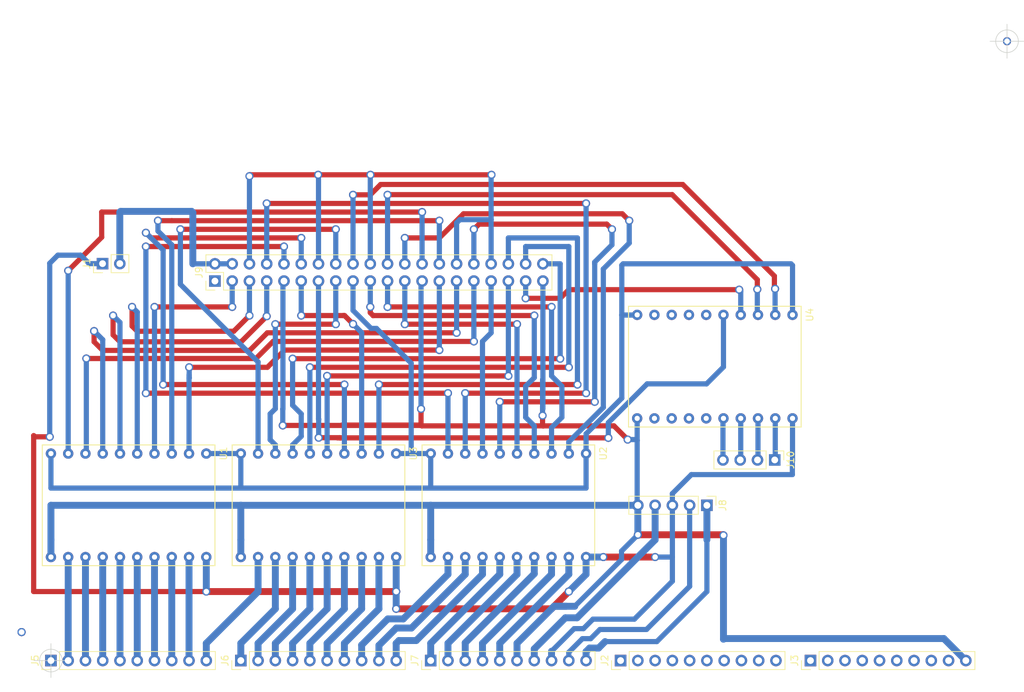
<source format=kicad_pcb>
(kicad_pcb (version 20171130) (host pcbnew 5.1.10-88a1d61d58~88~ubuntu20.04.1)

  (general
    (thickness 1.6)
    (drawings 6)
    (tracks 506)
    (zones 0)
    (modules 13)
    (nets 92)
  )

  (page A4)
  (layers
    (0 F.Cu signal)
    (31 B.Cu signal)
    (32 B.Adhes user)
    (33 F.Adhes user)
    (34 B.Paste user)
    (35 F.Paste user)
    (36 B.SilkS user)
    (37 F.SilkS user)
    (38 B.Mask user)
    (39 F.Mask user)
    (40 Dwgs.User user)
    (41 Cmts.User user)
    (42 Eco1.User user)
    (43 Eco2.User user)
    (44 Edge.Cuts user)
    (45 Margin user)
    (46 B.CrtYd user)
    (47 F.CrtYd user)
    (48 B.Fab user)
    (49 F.Fab user)
  )

  (setup
    (last_trace_width 0.762)
    (user_trace_width 0.762)
    (user_trace_width 1.016)
    (user_trace_width 1.27)
    (trace_clearance 0.2)
    (zone_clearance 0.508)
    (zone_45_only no)
    (trace_min 0.2)
    (via_size 0.8)
    (via_drill 0.4)
    (via_min_size 0.4)
    (via_min_drill 0.3)
    (user_via 0.508 0.3048)
    (user_via 0.762 0.381)
    (user_via 1.016 0.508)
    (uvia_size 0.3)
    (uvia_drill 0.1)
    (uvias_allowed no)
    (uvia_min_size 0.2)
    (uvia_min_drill 0.1)
    (edge_width 0.1)
    (segment_width 0.2)
    (pcb_text_width 0.3)
    (pcb_text_size 1.5 1.5)
    (mod_edge_width 0.15)
    (mod_text_size 1 1)
    (mod_text_width 0.15)
    (pad_size 2.4 1.6)
    (pad_drill 0.8)
    (pad_to_mask_clearance 0)
    (aux_axis_origin 108.9559 152.6332)
    (grid_origin 42.46 126.745)
    (visible_elements FFFFFF7F)
    (pcbplotparams
      (layerselection 0x010fc_ffffffff)
      (usegerberextensions false)
      (usegerberattributes false)
      (usegerberadvancedattributes false)
      (creategerberjobfile false)
      (excludeedgelayer true)
      (linewidth 0.100000)
      (plotframeref false)
      (viasonmask false)
      (mode 1)
      (useauxorigin false)
      (hpglpennumber 1)
      (hpglpenspeed 20)
      (hpglpendiameter 15.000000)
      (psnegative false)
      (psa4output false)
      (plotreference true)
      (plotvalue true)
      (plotinvisibletext false)
      (padsonsilk false)
      (subtractmaskfromsilk false)
      (outputformat 1)
      (mirror false)
      (drillshape 1)
      (scaleselection 1)
      (outputdirectory ""))
  )

  (net 0 "")
  (net 1 GND)
  (net 2 A10)
  (net 3 A9)
  (net 4 A8)
  (net 5 A7)
  (net 6 A6)
  (net 7 A5)
  (net 8 D1)
  (net 9 A4)
  (net 10 D0)
  (net 11 A3)
  (net 12 D7)
  (net 13 A2)
  (net 14 D2)
  (net 15 A1)
  (net 16 +5V)
  (net 17 A0)
  (net 18 D6)
  (net 19 D5)
  (net 20 D3)
  (net 21 D4)
  (net 22 A15)
  (net 23 A14)
  (net 24 A13)
  (net 25 A12)
  (net 26 A11)
  (net 27 ~IO_WAIT)
  (net 28 "Net-(J3-Pad9)")
  (net 29 "Net-(J3-Pad8)")
  (net 30 "Net-(J3-Pad7)")
  (net 31 "Net-(J3-Pad6)")
  (net 32 "Net-(J3-Pad5)")
  (net 33 "Net-(J3-Pad4)")
  (net 34 "Net-(J3-Pad3)")
  (net 35 "Net-(J3-Pad2)")
  (net 36 "Net-(J3-Pad1)")
  (net 37 "Net-(J7-Pad10)")
  (net 38 "Net-(J7-Pad9)")
  (net 39 "Net-(J7-Pad7)")
  (net 40 GPIO21)
  (net 41 GPIO20)
  (net 42 GPIO26)
  (net 43 GPIO16)
  (net 44 GPIO19)
  (net 45 GPIO13)
  (net 46 GPIO12)
  (net 47 GPIO6)
  (net 48 GPIO5)
  (net 49 GPIO1)
  (net 50 GPIO0)
  (net 51 GPIO7)
  (net 52 GPIO8)
  (net 53 GPIO11)
  (net 54 GPIO25)
  (net 55 GPIO9)
  (net 56 GPIO10)
  (net 57 GPIO24)
  (net 58 +3V3)
  (net 59 GPIO23)
  (net 60 GPIO22)
  (net 61 GPIO27)
  (net 62 GPIO18)
  (net 63 GPIO17)
  (net 64 GPIO15)
  (net 65 GPIO14)
  (net 66 GPIO4)
  (net 67 GPIO3)
  (net 68 GPIO2)
  (net 69 "Net-(J10-Pad4)")
  (net 70 "Net-(J10-Pad3)")
  (net 71 "Net-(J10-Pad2)")
  (net 72 "Net-(J10-Pad1)")
  (net 73 "Net-(U4-Pad15)")
  (net 74 "Net-(U4-Pad14)")
  (net 75 "Net-(U4-Pad13)")
  (net 76 "Net-(U4-Pad12)")
  (net 77 "Net-(U4-Pad9)")
  (net 78 "Net-(U4-Pad8)")
  (net 79 "Net-(U4-Pad7)")
  (net 80 "Net-(U4-Pad6)")
  (net 81 "Net-(J2-Pad10)")
  (net 82 "Net-(J2-Pad9)")
  (net 83 "Net-(J2-Pad8)")
  (net 84 "Net-(J2-Pad7)")
  (net 85 "Net-(J2-Pad6)")
  (net 86 "Net-(J2-Pad5)")
  (net 87 "Net-(J2-Pad4)")
  (net 88 "Net-(J2-Pad3)")
  (net 89 "Net-(J2-Pad2)")
  (net 90 "Net-(J2-Pad1)")
  (net 91 "Net-(J1-Pad2)")

  (net_class Default "This is the default net class."
    (clearance 0.2)
    (trace_width 0.25)
    (via_dia 0.8)
    (via_drill 0.4)
    (uvia_dia 0.3)
    (uvia_drill 0.1)
    (add_net +3V3)
    (add_net +5V)
    (add_net A0)
    (add_net A1)
    (add_net A10)
    (add_net A11)
    (add_net A12)
    (add_net A13)
    (add_net A14)
    (add_net A15)
    (add_net A2)
    (add_net A3)
    (add_net A4)
    (add_net A5)
    (add_net A6)
    (add_net A7)
    (add_net A8)
    (add_net A9)
    (add_net D0)
    (add_net D1)
    (add_net D2)
    (add_net D3)
    (add_net D4)
    (add_net D5)
    (add_net D6)
    (add_net D7)
    (add_net GND)
    (add_net GPIO0)
    (add_net GPIO1)
    (add_net GPIO10)
    (add_net GPIO11)
    (add_net GPIO12)
    (add_net GPIO13)
    (add_net GPIO14)
    (add_net GPIO15)
    (add_net GPIO16)
    (add_net GPIO17)
    (add_net GPIO18)
    (add_net GPIO19)
    (add_net GPIO2)
    (add_net GPIO20)
    (add_net GPIO21)
    (add_net GPIO22)
    (add_net GPIO23)
    (add_net GPIO24)
    (add_net GPIO25)
    (add_net GPIO26)
    (add_net GPIO27)
    (add_net GPIO3)
    (add_net GPIO4)
    (add_net GPIO5)
    (add_net GPIO6)
    (add_net GPIO7)
    (add_net GPIO8)
    (add_net GPIO9)
    (add_net "Net-(J1-Pad2)")
    (add_net "Net-(J10-Pad1)")
    (add_net "Net-(J10-Pad2)")
    (add_net "Net-(J10-Pad3)")
    (add_net "Net-(J10-Pad4)")
    (add_net "Net-(J2-Pad1)")
    (add_net "Net-(J2-Pad10)")
    (add_net "Net-(J2-Pad2)")
    (add_net "Net-(J2-Pad3)")
    (add_net "Net-(J2-Pad4)")
    (add_net "Net-(J2-Pad5)")
    (add_net "Net-(J2-Pad6)")
    (add_net "Net-(J2-Pad7)")
    (add_net "Net-(J2-Pad8)")
    (add_net "Net-(J2-Pad9)")
    (add_net "Net-(J3-Pad1)")
    (add_net "Net-(J3-Pad2)")
    (add_net "Net-(J3-Pad3)")
    (add_net "Net-(J3-Pad4)")
    (add_net "Net-(J3-Pad5)")
    (add_net "Net-(J3-Pad6)")
    (add_net "Net-(J3-Pad7)")
    (add_net "Net-(J3-Pad8)")
    (add_net "Net-(J3-Pad9)")
    (add_net "Net-(J7-Pad10)")
    (add_net "Net-(J7-Pad7)")
    (add_net "Net-(J7-Pad9)")
    (add_net "Net-(U4-Pad12)")
    (add_net "Net-(U4-Pad13)")
    (add_net "Net-(U4-Pad14)")
    (add_net "Net-(U4-Pad15)")
    (add_net "Net-(U4-Pad6)")
    (add_net "Net-(U4-Pad7)")
    (add_net "Net-(U4-Pad8)")
    (add_net "Net-(U4-Pad9)")
    (add_net ~IO_WAIT)
  )

  (module Connector_PinHeader_2.54mm:PinHeader_1x02_P2.54mm_Vertical (layer F.Cu) (tedit 59FED5CC) (tstamp 6081D1C6)
    (at 50.0546 68.2996 90)
    (descr "Through hole straight pin header, 1x02, 2.54mm pitch, single row")
    (tags "Through hole pin header THT 1x02 2.54mm single row")
    (path /60829165)
    (fp_text reference J1 (at 0 -2.33 90) (layer F.SilkS)
      (effects (font (size 1 1) (thickness 0.15)))
    )
    (fp_text value Conn_01x02_Male (at 0 4.87 90) (layer F.Fab)
      (effects (font (size 1 1) (thickness 0.15)))
    )
    (fp_line (start 1.8 -1.8) (end -1.8 -1.8) (layer F.CrtYd) (width 0.05))
    (fp_line (start 1.8 4.35) (end 1.8 -1.8) (layer F.CrtYd) (width 0.05))
    (fp_line (start -1.8 4.35) (end 1.8 4.35) (layer F.CrtYd) (width 0.05))
    (fp_line (start -1.8 -1.8) (end -1.8 4.35) (layer F.CrtYd) (width 0.05))
    (fp_line (start -1.33 -1.33) (end 0 -1.33) (layer F.SilkS) (width 0.12))
    (fp_line (start -1.33 0) (end -1.33 -1.33) (layer F.SilkS) (width 0.12))
    (fp_line (start -1.33 1.27) (end 1.33 1.27) (layer F.SilkS) (width 0.12))
    (fp_line (start 1.33 1.27) (end 1.33 3.87) (layer F.SilkS) (width 0.12))
    (fp_line (start -1.33 1.27) (end -1.33 3.87) (layer F.SilkS) (width 0.12))
    (fp_line (start -1.33 3.87) (end 1.33 3.87) (layer F.SilkS) (width 0.12))
    (fp_line (start -1.27 -0.635) (end -0.635 -1.27) (layer F.Fab) (width 0.1))
    (fp_line (start -1.27 3.81) (end -1.27 -0.635) (layer F.Fab) (width 0.1))
    (fp_line (start 1.27 3.81) (end -1.27 3.81) (layer F.Fab) (width 0.1))
    (fp_line (start 1.27 -1.27) (end 1.27 3.81) (layer F.Fab) (width 0.1))
    (fp_line (start -0.635 -1.27) (end 1.27 -1.27) (layer F.Fab) (width 0.1))
    (fp_text user %R (at 0 1.27) (layer F.Fab)
      (effects (font (size 1 1) (thickness 0.15)))
    )
    (pad 2 thru_hole oval (at 0 2.54 90) (size 1.7 1.7) (drill 1) (layers *.Cu *.Mask)
      (net 91 "Net-(J1-Pad2)"))
    (pad 1 thru_hole rect (at 0 0 90) (size 1.7 1.7) (drill 1) (layers *.Cu *.Mask)
      (net 16 +5V))
    (model ${KISYS3DMOD}/Connector_PinHeader_2.54mm.3dshapes/PinHeader_1x02_P2.54mm_Vertical.wrl
      (at (xyz 0 0 0))
      (scale (xyz 1 1 1))
      (rotate (xyz 0 0 0))
    )
  )

  (module temp-logger:hw-221_breakout (layer F.Cu) (tedit 606B4C31) (tstamp 6080895E)
    (at 123.6384 75.8434 270)
    (path /6072B4F1)
    (fp_text reference U4 (at 0 -30.48 90) (layer F.SilkS)
      (effects (font (size 1 1) (thickness 0.15)))
    )
    (fp_text value HW-221 (at 7.62 -2.54 90) (layer F.Fab)
      (effects (font (size 1 1) (thickness 0.15)))
    )
    (fp_line (start -1.27 -29.21) (end -1.27 -3.81) (layer F.SilkS) (width 0.15))
    (fp_line (start -1.27 -3.81) (end 16.51 -3.81) (layer F.SilkS) (width 0.15))
    (fp_line (start 16.51 -3.81) (end 16.51 -29.21) (layer F.SilkS) (width 0.15))
    (fp_line (start 16.51 -29.21) (end -1.27 -29.21) (layer F.SilkS) (width 0.15))
    (pad 20 thru_hole circle (at 15.24 -27.94 270) (size 1.524 1.524) (drill 0.762) (layers *.Cu *.Mask)
      (net 16 +5V))
    (pad 19 thru_hole circle (at 15.24 -25.4 270) (size 1.524 1.524) (drill 0.762) (layers *.Cu *.Mask)
      (net 72 "Net-(J10-Pad1)"))
    (pad 18 thru_hole circle (at 15.24 -22.86 270) (size 1.524 1.524) (drill 0.762) (layers *.Cu *.Mask)
      (net 71 "Net-(J10-Pad2)"))
    (pad 17 thru_hole circle (at 15.24 -20.32 270) (size 1.524 1.524) (drill 0.762) (layers *.Cu *.Mask)
      (net 70 "Net-(J10-Pad3)"))
    (pad 16 thru_hole circle (at 15.24 -17.78 270) (size 1.524 1.524) (drill 0.762) (layers *.Cu *.Mask)
      (net 69 "Net-(J10-Pad4)"))
    (pad 15 thru_hole circle (at 15.24 -15.24 270) (size 1.524 1.524) (drill 0.762) (layers *.Cu *.Mask)
      (net 73 "Net-(U4-Pad15)"))
    (pad 14 thru_hole circle (at 15.24 -12.7 270) (size 1.524 1.524) (drill 0.762) (layers *.Cu *.Mask)
      (net 74 "Net-(U4-Pad14)"))
    (pad 13 thru_hole circle (at 15.24 -10.16 270) (size 1.524 1.524) (drill 0.762) (layers *.Cu *.Mask)
      (net 75 "Net-(U4-Pad13)"))
    (pad 12 thru_hole circle (at 15.24 -7.62 270) (size 1.524 1.524) (drill 0.762) (layers *.Cu *.Mask)
      (net 76 "Net-(U4-Pad12)"))
    (pad 11 thru_hole circle (at 15.24 -5.08 270) (size 1.524 1.524) (drill 0.762) (layers *.Cu *.Mask)
      (net 1 GND))
    (pad 10 thru_hole circle (at 0 -5.08 270) (size 1.524 1.524) (drill 0.762) (layers *.Cu *.Mask)
      (net 58 +3V3))
    (pad 9 thru_hole circle (at 0 -7.62 270) (size 1.524 1.524) (drill 0.762) (layers *.Cu *.Mask)
      (net 77 "Net-(U4-Pad9)"))
    (pad 8 thru_hole circle (at 0 -10.16 270) (size 1.524 1.524) (drill 0.762) (layers *.Cu *.Mask)
      (net 78 "Net-(U4-Pad8)"))
    (pad 7 thru_hole circle (at 0 -12.7 270) (size 1.524 1.524) (drill 0.762) (layers *.Cu *.Mask)
      (net 79 "Net-(U4-Pad7)"))
    (pad 6 thru_hole circle (at 0 -15.24 270) (size 1.524 1.524) (drill 0.762) (layers *.Cu *.Mask)
      (net 80 "Net-(U4-Pad6)"))
    (pad 5 thru_hole circle (at 0 -17.78 270) (size 1.524 1.524) (drill 0.762) (layers *.Cu *.Mask)
      (net 61 GPIO27))
    (pad 4 thru_hole circle (at 0 -20.32 270) (size 1.524 1.524) (drill 0.762) (layers *.Cu *.Mask)
      (net 42 GPIO26))
    (pad 3 thru_hole circle (at 0 -22.86 270) (size 1.524 1.524) (drill 0.762) (layers *.Cu *.Mask)
      (net 54 GPIO25))
    (pad 2 thru_hole circle (at 0 -25.4 270) (size 1.524 1.524) (drill 0.762) (layers *.Cu *.Mask)
      (net 57 GPIO24))
    (pad 1 thru_hole circle (at 0 -27.94 270) (size 1.524 1.524) (drill 0.762) (layers *.Cu *.Mask)
      (net 58 +3V3))
  )

  (module temp-logger:hw-221_breakout (layer F.Cu) (tedit 606B4C31) (tstamp 606B75FE)
    (at 65.32 96.265 270)
    (path /606CA16A)
    (fp_text reference U3 (at 0 -30.48 90) (layer F.SilkS)
      (effects (font (size 1 1) (thickness 0.15)))
    )
    (fp_text value HW-221 (at 7.62 -2.54 90) (layer F.Fab)
      (effects (font (size 1 1) (thickness 0.15)))
    )
    (fp_line (start -1.27 -29.21) (end -1.27 -3.81) (layer F.SilkS) (width 0.15))
    (fp_line (start -1.27 -3.81) (end 16.51 -3.81) (layer F.SilkS) (width 0.15))
    (fp_line (start 16.51 -3.81) (end 16.51 -29.21) (layer F.SilkS) (width 0.15))
    (fp_line (start 16.51 -29.21) (end -1.27 -29.21) (layer F.SilkS) (width 0.15))
    (pad 20 thru_hole circle (at 15.24 -27.94 270) (size 1.524 1.524) (drill 0.762) (layers *.Cu *.Mask)
      (net 16 +5V))
    (pad 19 thru_hole circle (at 15.24 -25.4 270) (size 1.524 1.524) (drill 0.762) (layers *.Cu *.Mask)
      (net 4 A8))
    (pad 18 thru_hole circle (at 15.24 -22.86 270) (size 1.524 1.524) (drill 0.762) (layers *.Cu *.Mask)
      (net 3 A9))
    (pad 17 thru_hole circle (at 15.24 -20.32 270) (size 1.524 1.524) (drill 0.762) (layers *.Cu *.Mask)
      (net 2 A10))
    (pad 16 thru_hole circle (at 15.24 -17.78 270) (size 1.524 1.524) (drill 0.762) (layers *.Cu *.Mask)
      (net 26 A11))
    (pad 15 thru_hole circle (at 15.24 -15.24 270) (size 1.524 1.524) (drill 0.762) (layers *.Cu *.Mask)
      (net 25 A12))
    (pad 14 thru_hole circle (at 15.24 -12.7 270) (size 1.524 1.524) (drill 0.762) (layers *.Cu *.Mask)
      (net 24 A13))
    (pad 13 thru_hole circle (at 15.24 -10.16 270) (size 1.524 1.524) (drill 0.762) (layers *.Cu *.Mask)
      (net 23 A14))
    (pad 12 thru_hole circle (at 15.24 -7.62 270) (size 1.524 1.524) (drill 0.762) (layers *.Cu *.Mask)
      (net 22 A15))
    (pad 11 thru_hole circle (at 15.24 -5.08 270) (size 1.524 1.524) (drill 0.762) (layers *.Cu *.Mask)
      (net 1 GND))
    (pad 10 thru_hole circle (at 0 -5.08 270) (size 1.524 1.524) (drill 0.762) (layers *.Cu *.Mask)
      (net 58 +3V3))
    (pad 9 thru_hole circle (at 0 -7.62 270) (size 1.524 1.524) (drill 0.762) (layers *.Cu *.Mask)
      (net 59 GPIO23))
    (pad 8 thru_hole circle (at 0 -10.16 270) (size 1.524 1.524) (drill 0.762) (layers *.Cu *.Mask)
      (net 60 GPIO22))
    (pad 7 thru_hole circle (at 0 -12.7 270) (size 1.524 1.524) (drill 0.762) (layers *.Cu *.Mask)
      (net 40 GPIO21))
    (pad 6 thru_hole circle (at 0 -15.24 270) (size 1.524 1.524) (drill 0.762) (layers *.Cu *.Mask)
      (net 41 GPIO20))
    (pad 5 thru_hole circle (at 0 -17.78 270) (size 1.524 1.524) (drill 0.762) (layers *.Cu *.Mask)
      (net 44 GPIO19))
    (pad 4 thru_hole circle (at 0 -20.32 270) (size 1.524 1.524) (drill 0.762) (layers *.Cu *.Mask)
      (net 62 GPIO18))
    (pad 3 thru_hole circle (at 0 -22.86 270) (size 1.524 1.524) (drill 0.762) (layers *.Cu *.Mask)
      (net 63 GPIO17))
    (pad 2 thru_hole circle (at 0 -25.4 270) (size 1.524 1.524) (drill 0.762) (layers *.Cu *.Mask)
      (net 43 GPIO16))
    (pad 1 thru_hole circle (at 0 -27.94 270) (size 1.524 1.524) (drill 0.762) (layers *.Cu *.Mask)
      (net 58 +3V3))
  )

  (module temp-logger:hw-221_breakout (layer F.Cu) (tedit 606B4C31) (tstamp 606B75E2)
    (at 93.26 96.265 270)
    (path /606C89F1)
    (fp_text reference U2 (at 0 -30.48 90) (layer F.SilkS)
      (effects (font (size 1 1) (thickness 0.15)))
    )
    (fp_text value HW-221 (at 7.62 -2.54 90) (layer F.Fab)
      (effects (font (size 1 1) (thickness 0.15)))
    )
    (fp_line (start -1.27 -29.21) (end -1.27 -3.81) (layer F.SilkS) (width 0.15))
    (fp_line (start -1.27 -3.81) (end 16.51 -3.81) (layer F.SilkS) (width 0.15))
    (fp_line (start 16.51 -3.81) (end 16.51 -29.21) (layer F.SilkS) (width 0.15))
    (fp_line (start 16.51 -29.21) (end -1.27 -29.21) (layer F.SilkS) (width 0.15))
    (pad 20 thru_hole circle (at 15.24 -27.94 270) (size 1.524 1.524) (drill 0.762) (layers *.Cu *.Mask)
      (net 16 +5V))
    (pad 19 thru_hole circle (at 15.24 -25.4 270) (size 1.524 1.524) (drill 0.762) (layers *.Cu *.Mask)
      (net 17 A0))
    (pad 18 thru_hole circle (at 15.24 -22.86 270) (size 1.524 1.524) (drill 0.762) (layers *.Cu *.Mask)
      (net 15 A1))
    (pad 17 thru_hole circle (at 15.24 -20.32 270) (size 1.524 1.524) (drill 0.762) (layers *.Cu *.Mask)
      (net 13 A2))
    (pad 16 thru_hole circle (at 15.24 -17.78 270) (size 1.524 1.524) (drill 0.762) (layers *.Cu *.Mask)
      (net 11 A3))
    (pad 15 thru_hole circle (at 15.24 -15.24 270) (size 1.524 1.524) (drill 0.762) (layers *.Cu *.Mask)
      (net 9 A4))
    (pad 14 thru_hole circle (at 15.24 -12.7 270) (size 1.524 1.524) (drill 0.762) (layers *.Cu *.Mask)
      (net 7 A5))
    (pad 13 thru_hole circle (at 15.24 -10.16 270) (size 1.524 1.524) (drill 0.762) (layers *.Cu *.Mask)
      (net 6 A6))
    (pad 12 thru_hole circle (at 15.24 -7.62 270) (size 1.524 1.524) (drill 0.762) (layers *.Cu *.Mask)
      (net 5 A7))
    (pad 11 thru_hole circle (at 15.24 -5.08 270) (size 1.524 1.524) (drill 0.762) (layers *.Cu *.Mask)
      (net 1 GND))
    (pad 10 thru_hole circle (at 0 -5.08 270) (size 1.524 1.524) (drill 0.762) (layers *.Cu *.Mask)
      (net 58 +3V3))
    (pad 9 thru_hole circle (at 0 -7.62 270) (size 1.524 1.524) (drill 0.762) (layers *.Cu *.Mask)
      (net 64 GPIO15))
    (pad 8 thru_hole circle (at 0 -10.16 270) (size 1.524 1.524) (drill 0.762) (layers *.Cu *.Mask)
      (net 65 GPIO14))
    (pad 7 thru_hole circle (at 0 -12.7 270) (size 1.524 1.524) (drill 0.762) (layers *.Cu *.Mask)
      (net 45 GPIO13))
    (pad 6 thru_hole circle (at 0 -15.24 270) (size 1.524 1.524) (drill 0.762) (layers *.Cu *.Mask)
      (net 46 GPIO12))
    (pad 5 thru_hole circle (at 0 -17.78 270) (size 1.524 1.524) (drill 0.762) (layers *.Cu *.Mask)
      (net 53 GPIO11))
    (pad 4 thru_hole circle (at 0 -20.32 270) (size 1.524 1.524) (drill 0.762) (layers *.Cu *.Mask)
      (net 56 GPIO10))
    (pad 3 thru_hole circle (at 0 -22.86 270) (size 1.524 1.524) (drill 0.762) (layers *.Cu *.Mask)
      (net 55 GPIO9))
    (pad 2 thru_hole circle (at 0 -25.4 270) (size 1.524 1.524) (drill 0.762) (layers *.Cu *.Mask)
      (net 52 GPIO8))
    (pad 1 thru_hole circle (at 0 -27.94 270) (size 1.524 1.524) (drill 0.762) (layers *.Cu *.Mask)
      (net 58 +3V3))
  )

  (module temp-logger:hw-221_breakout (layer F.Cu) (tedit 606B4C31) (tstamp 606B75C6)
    (at 37.38 96.265 270)
    (path /606C44A3)
    (fp_text reference U1 (at 0 -30.48 90) (layer F.SilkS)
      (effects (font (size 1 1) (thickness 0.15)))
    )
    (fp_text value HW-221 (at 7.62 -2.54 90) (layer F.Fab)
      (effects (font (size 1 1) (thickness 0.15)))
    )
    (fp_line (start -1.27 -29.21) (end -1.27 -3.81) (layer F.SilkS) (width 0.15))
    (fp_line (start -1.27 -3.81) (end 16.51 -3.81) (layer F.SilkS) (width 0.15))
    (fp_line (start 16.51 -3.81) (end 16.51 -29.21) (layer F.SilkS) (width 0.15))
    (fp_line (start 16.51 -29.21) (end -1.27 -29.21) (layer F.SilkS) (width 0.15))
    (pad 20 thru_hole circle (at 15.24 -27.94 270) (size 1.524 1.524) (drill 0.762) (layers *.Cu *.Mask)
      (net 16 +5V))
    (pad 19 thru_hole circle (at 15.24 -25.4 270) (size 1.524 1.524) (drill 0.762) (layers *.Cu *.Mask)
      (net 10 D0))
    (pad 18 thru_hole circle (at 15.24 -22.86 270) (size 1.524 1.524) (drill 0.762) (layers *.Cu *.Mask)
      (net 8 D1))
    (pad 17 thru_hole circle (at 15.24 -20.32 270) (size 1.524 1.524) (drill 0.762) (layers *.Cu *.Mask)
      (net 14 D2))
    (pad 16 thru_hole circle (at 15.24 -17.78 270) (size 1.524 1.524) (drill 0.762) (layers *.Cu *.Mask)
      (net 20 D3))
    (pad 15 thru_hole circle (at 15.24 -15.24 270) (size 1.524 1.524) (drill 0.762) (layers *.Cu *.Mask)
      (net 21 D4))
    (pad 14 thru_hole circle (at 15.24 -12.7 270) (size 1.524 1.524) (drill 0.762) (layers *.Cu *.Mask)
      (net 19 D5))
    (pad 13 thru_hole circle (at 15.24 -10.16 270) (size 1.524 1.524) (drill 0.762) (layers *.Cu *.Mask)
      (net 18 D6))
    (pad 12 thru_hole circle (at 15.24 -7.62 270) (size 1.524 1.524) (drill 0.762) (layers *.Cu *.Mask)
      (net 12 D7))
    (pad 11 thru_hole circle (at 15.24 -5.08 270) (size 1.524 1.524) (drill 0.762) (layers *.Cu *.Mask)
      (net 1 GND))
    (pad 10 thru_hole circle (at 0 -5.08 270) (size 1.524 1.524) (drill 0.762) (layers *.Cu *.Mask)
      (net 58 +3V3))
    (pad 9 thru_hole circle (at 0 -7.62 270) (size 1.524 1.524) (drill 0.762) (layers *.Cu *.Mask)
      (net 51 GPIO7))
    (pad 8 thru_hole circle (at 0 -10.16 270) (size 1.524 1.524) (drill 0.762) (layers *.Cu *.Mask)
      (net 47 GPIO6))
    (pad 7 thru_hole circle (at 0 -12.7 270) (size 1.524 1.524) (drill 0.762) (layers *.Cu *.Mask)
      (net 48 GPIO5))
    (pad 6 thru_hole circle (at 0 -15.24 270) (size 1.524 1.524) (drill 0.762) (layers *.Cu *.Mask)
      (net 66 GPIO4))
    (pad 5 thru_hole circle (at 0 -17.78 270) (size 1.524 1.524) (drill 0.762) (layers *.Cu *.Mask)
      (net 67 GPIO3))
    (pad 4 thru_hole circle (at 0 -20.32 270) (size 1.524 1.524) (drill 0.762) (layers *.Cu *.Mask)
      (net 68 GPIO2))
    (pad 3 thru_hole circle (at 0 -22.86 270) (size 1.524 1.524) (drill 0.762) (layers *.Cu *.Mask)
      (net 49 GPIO1))
    (pad 2 thru_hole circle (at 0 -25.4 270) (size 1.524 1.524) (drill 0.762) (layers *.Cu *.Mask)
      (net 50 GPIO0))
    (pad 1 thru_hole circle (at 0 -27.94 270) (size 1.524 1.524) (drill 0.762) (layers *.Cu *.Mask)
      (net 58 +3V3))
  )

  (module Connector_PinHeader_2.54mm:PinHeader_1x04_P2.54mm_Vertical (layer F.Cu) (tedit 59FED5CC) (tstamp 608089BA)
    (at 148.9622 97.2048 270)
    (descr "Through hole straight pin header, 1x04, 2.54mm pitch, single row")
    (tags "Through hole pin header THT 1x04 2.54mm single row")
    (path /607D2E1A)
    (fp_text reference J10 (at 0 -2.33 90) (layer F.SilkS)
      (effects (font (size 1 1) (thickness 0.15)))
    )
    (fp_text value Conn_01x04_Male (at 0 9.95 90) (layer F.Fab)
      (effects (font (size 1 1) (thickness 0.15)))
    )
    (fp_line (start -0.635 -1.27) (end 1.27 -1.27) (layer F.Fab) (width 0.1))
    (fp_line (start 1.27 -1.27) (end 1.27 8.89) (layer F.Fab) (width 0.1))
    (fp_line (start 1.27 8.89) (end -1.27 8.89) (layer F.Fab) (width 0.1))
    (fp_line (start -1.27 8.89) (end -1.27 -0.635) (layer F.Fab) (width 0.1))
    (fp_line (start -1.27 -0.635) (end -0.635 -1.27) (layer F.Fab) (width 0.1))
    (fp_line (start -1.33 8.95) (end 1.33 8.95) (layer F.SilkS) (width 0.12))
    (fp_line (start -1.33 1.27) (end -1.33 8.95) (layer F.SilkS) (width 0.12))
    (fp_line (start 1.33 1.27) (end 1.33 8.95) (layer F.SilkS) (width 0.12))
    (fp_line (start -1.33 1.27) (end 1.33 1.27) (layer F.SilkS) (width 0.12))
    (fp_line (start -1.33 0) (end -1.33 -1.33) (layer F.SilkS) (width 0.12))
    (fp_line (start -1.33 -1.33) (end 0 -1.33) (layer F.SilkS) (width 0.12))
    (fp_line (start -1.8 -1.8) (end -1.8 9.4) (layer F.CrtYd) (width 0.05))
    (fp_line (start -1.8 9.4) (end 1.8 9.4) (layer F.CrtYd) (width 0.05))
    (fp_line (start 1.8 9.4) (end 1.8 -1.8) (layer F.CrtYd) (width 0.05))
    (fp_line (start 1.8 -1.8) (end -1.8 -1.8) (layer F.CrtYd) (width 0.05))
    (fp_text user %R (at 0 3.81) (layer F.Fab)
      (effects (font (size 1 1) (thickness 0.15)))
    )
    (pad 4 thru_hole oval (at 0 7.62 270) (size 1.7 1.7) (drill 1) (layers *.Cu *.Mask)
      (net 69 "Net-(J10-Pad4)"))
    (pad 3 thru_hole oval (at 0 5.08 270) (size 1.7 1.7) (drill 1) (layers *.Cu *.Mask)
      (net 70 "Net-(J10-Pad3)"))
    (pad 2 thru_hole oval (at 0 2.54 270) (size 1.7 1.7) (drill 1) (layers *.Cu *.Mask)
      (net 71 "Net-(J10-Pad2)"))
    (pad 1 thru_hole rect (at 0 0 270) (size 1.7 1.7) (drill 1) (layers *.Cu *.Mask)
      (net 72 "Net-(J10-Pad1)"))
    (model ${KISYS3DMOD}/Connector_PinHeader_2.54mm.3dshapes/PinHeader_1x04_P2.54mm_Vertical.wrl
      (at (xyz 0 0 0))
      (scale (xyz 1 1 1))
      (rotate (xyz 0 0 0))
    )
  )

  (module Connector_PinHeader_2.54mm:PinHeader_2x20_P2.54mm_Vertical (layer F.Cu) (tedit 59FED5CC) (tstamp 606C65B7)
    (at 66.59 70.865 90)
    (descr "Through hole straight pin header, 2x20, 2.54mm pitch, double rows")
    (tags "Through hole pin header THT 2x20 2.54mm double row")
    (path /606B90E9)
    (fp_text reference J9 (at 1.27 -2.33 90) (layer F.SilkS)
      (effects (font (size 1 1) (thickness 0.15)))
    )
    (fp_text value Raspberry_Pi_2_3 (at 1.27 50.59 90) (layer F.Fab)
      (effects (font (size 1 1) (thickness 0.15)))
    )
    (fp_line (start 0 -1.27) (end 3.81 -1.27) (layer F.Fab) (width 0.1))
    (fp_line (start 3.81 -1.27) (end 3.81 49.53) (layer F.Fab) (width 0.1))
    (fp_line (start 3.81 49.53) (end -1.27 49.53) (layer F.Fab) (width 0.1))
    (fp_line (start -1.27 49.53) (end -1.27 0) (layer F.Fab) (width 0.1))
    (fp_line (start -1.27 0) (end 0 -1.27) (layer F.Fab) (width 0.1))
    (fp_line (start -1.33 49.59) (end 3.87 49.59) (layer F.SilkS) (width 0.12))
    (fp_line (start -1.33 1.27) (end -1.33 49.59) (layer F.SilkS) (width 0.12))
    (fp_line (start 3.87 -1.33) (end 3.87 49.59) (layer F.SilkS) (width 0.12))
    (fp_line (start -1.33 1.27) (end 1.27 1.27) (layer F.SilkS) (width 0.12))
    (fp_line (start 1.27 1.27) (end 1.27 -1.33) (layer F.SilkS) (width 0.12))
    (fp_line (start 1.27 -1.33) (end 3.87 -1.33) (layer F.SilkS) (width 0.12))
    (fp_line (start -1.33 0) (end -1.33 -1.33) (layer F.SilkS) (width 0.12))
    (fp_line (start -1.33 -1.33) (end 0 -1.33) (layer F.SilkS) (width 0.12))
    (fp_line (start -1.8 -1.8) (end -1.8 50.05) (layer F.CrtYd) (width 0.05))
    (fp_line (start -1.8 50.05) (end 4.35 50.05) (layer F.CrtYd) (width 0.05))
    (fp_line (start 4.35 50.05) (end 4.35 -1.8) (layer F.CrtYd) (width 0.05))
    (fp_line (start 4.35 -1.8) (end -1.8 -1.8) (layer F.CrtYd) (width 0.05))
    (fp_text user %R (at 1.27 24.13) (layer F.Fab)
      (effects (font (size 1 1) (thickness 0.15)))
    )
    (pad 40 thru_hole oval (at 2.54 48.26 90) (size 1.7 1.7) (drill 1) (layers *.Cu *.Mask)
      (net 40 GPIO21))
    (pad 39 thru_hole oval (at 0 48.26 90) (size 1.7 1.7) (drill 1) (layers *.Cu *.Mask)
      (net 1 GND))
    (pad 38 thru_hole oval (at 2.54 45.72 90) (size 1.7 1.7) (drill 1) (layers *.Cu *.Mask)
      (net 41 GPIO20))
    (pad 37 thru_hole oval (at 0 45.72 90) (size 1.7 1.7) (drill 1) (layers *.Cu *.Mask)
      (net 42 GPIO26))
    (pad 36 thru_hole oval (at 2.54 43.18 90) (size 1.7 1.7) (drill 1) (layers *.Cu *.Mask)
      (net 43 GPIO16))
    (pad 35 thru_hole oval (at 0 43.18 90) (size 1.7 1.7) (drill 1) (layers *.Cu *.Mask)
      (net 44 GPIO19))
    (pad 34 thru_hole oval (at 2.54 40.64 90) (size 1.7 1.7) (drill 1) (layers *.Cu *.Mask)
      (net 1 GND))
    (pad 33 thru_hole oval (at 0 40.64 90) (size 1.7 1.7) (drill 1) (layers *.Cu *.Mask)
      (net 45 GPIO13))
    (pad 32 thru_hole oval (at 2.54 38.1 90) (size 1.7 1.7) (drill 1) (layers *.Cu *.Mask)
      (net 46 GPIO12))
    (pad 31 thru_hole oval (at 0 38.1 90) (size 1.7 1.7) (drill 1) (layers *.Cu *.Mask)
      (net 47 GPIO6))
    (pad 30 thru_hole oval (at 2.54 35.56 90) (size 1.7 1.7) (drill 1) (layers *.Cu *.Mask)
      (net 1 GND))
    (pad 29 thru_hole oval (at 0 35.56 90) (size 1.7 1.7) (drill 1) (layers *.Cu *.Mask)
      (net 48 GPIO5))
    (pad 28 thru_hole oval (at 2.54 33.02 90) (size 1.7 1.7) (drill 1) (layers *.Cu *.Mask)
      (net 49 GPIO1))
    (pad 27 thru_hole oval (at 0 33.02 90) (size 1.7 1.7) (drill 1) (layers *.Cu *.Mask)
      (net 50 GPIO0))
    (pad 26 thru_hole oval (at 2.54 30.48 90) (size 1.7 1.7) (drill 1) (layers *.Cu *.Mask)
      (net 51 GPIO7))
    (pad 25 thru_hole oval (at 0 30.48 90) (size 1.7 1.7) (drill 1) (layers *.Cu *.Mask)
      (net 1 GND))
    (pad 24 thru_hole oval (at 2.54 27.94 90) (size 1.7 1.7) (drill 1) (layers *.Cu *.Mask)
      (net 52 GPIO8))
    (pad 23 thru_hole oval (at 0 27.94 90) (size 1.7 1.7) (drill 1) (layers *.Cu *.Mask)
      (net 53 GPIO11))
    (pad 22 thru_hole oval (at 2.54 25.4 90) (size 1.7 1.7) (drill 1) (layers *.Cu *.Mask)
      (net 54 GPIO25))
    (pad 21 thru_hole oval (at 0 25.4 90) (size 1.7 1.7) (drill 1) (layers *.Cu *.Mask)
      (net 55 GPIO9))
    (pad 20 thru_hole oval (at 2.54 22.86 90) (size 1.7 1.7) (drill 1) (layers *.Cu *.Mask)
      (net 1 GND))
    (pad 19 thru_hole oval (at 0 22.86 90) (size 1.7 1.7) (drill 1) (layers *.Cu *.Mask)
      (net 56 GPIO10))
    (pad 18 thru_hole oval (at 2.54 20.32 90) (size 1.7 1.7) (drill 1) (layers *.Cu *.Mask)
      (net 57 GPIO24))
    (pad 17 thru_hole oval (at 0 20.32 90) (size 1.7 1.7) (drill 1) (layers *.Cu *.Mask)
      (net 58 +3V3))
    (pad 16 thru_hole oval (at 2.54 17.78 90) (size 1.7 1.7) (drill 1) (layers *.Cu *.Mask)
      (net 59 GPIO23))
    (pad 15 thru_hole oval (at 0 17.78 90) (size 1.7 1.7) (drill 1) (layers *.Cu *.Mask)
      (net 60 GPIO22))
    (pad 14 thru_hole oval (at 2.54 15.24 90) (size 1.7 1.7) (drill 1) (layers *.Cu *.Mask)
      (net 1 GND))
    (pad 13 thru_hole oval (at 0 15.24 90) (size 1.7 1.7) (drill 1) (layers *.Cu *.Mask)
      (net 61 GPIO27))
    (pad 12 thru_hole oval (at 2.54 12.7 90) (size 1.7 1.7) (drill 1) (layers *.Cu *.Mask)
      (net 62 GPIO18))
    (pad 11 thru_hole oval (at 0 12.7 90) (size 1.7 1.7) (drill 1) (layers *.Cu *.Mask)
      (net 63 GPIO17))
    (pad 10 thru_hole oval (at 2.54 10.16 90) (size 1.7 1.7) (drill 1) (layers *.Cu *.Mask)
      (net 64 GPIO15))
    (pad 9 thru_hole oval (at 0 10.16 90) (size 1.7 1.7) (drill 1) (layers *.Cu *.Mask)
      (net 1 GND))
    (pad 8 thru_hole oval (at 2.54 7.62 90) (size 1.7 1.7) (drill 1) (layers *.Cu *.Mask)
      (net 65 GPIO14))
    (pad 7 thru_hole oval (at 0 7.62 90) (size 1.7 1.7) (drill 1) (layers *.Cu *.Mask)
      (net 66 GPIO4))
    (pad 6 thru_hole oval (at 2.54 5.08 90) (size 1.7 1.7) (drill 1) (layers *.Cu *.Mask)
      (net 1 GND))
    (pad 5 thru_hole oval (at 0 5.08 90) (size 1.7 1.7) (drill 1) (layers *.Cu *.Mask)
      (net 67 GPIO3))
    (pad 4 thru_hole oval (at 2.54 2.54 90) (size 1.7 1.7) (drill 1) (layers *.Cu *.Mask)
      (net 91 "Net-(J1-Pad2)"))
    (pad 3 thru_hole oval (at 0 2.54 90) (size 1.7 1.7) (drill 1) (layers *.Cu *.Mask)
      (net 68 GPIO2))
    (pad 2 thru_hole oval (at 2.54 0 90) (size 1.7 1.7) (drill 1) (layers *.Cu *.Mask)
      (net 91 "Net-(J1-Pad2)"))
    (pad 1 thru_hole rect (at 0 0 90) (size 1.7 1.7) (drill 1) (layers *.Cu *.Mask)
      (net 58 +3V3))
    (model ${KISYS3DMOD}/Connector_PinHeader_2.54mm.3dshapes/PinHeader_2x20_P2.54mm_Vertical.wrl
      (at (xyz 0 0 0))
      (scale (xyz 1 1 1))
      (rotate (xyz 0 0 0))
    )
  )

  (module Connector_PinHeader_2.54mm:PinHeader_1x05_P2.54mm_Vertical (layer F.Cu) (tedit 59FED5CC) (tstamp 606B7554)
    (at 138.98 103.885 270)
    (descr "Through hole straight pin header, 1x05, 2.54mm pitch, single row")
    (tags "Through hole pin header THT 1x05 2.54mm single row")
    (path /60C7EF0A)
    (fp_text reference J8 (at 0 -2.33 90) (layer F.SilkS)
      (effects (font (size 1 1) (thickness 0.15)))
    )
    (fp_text value Conn_01x05_Male (at 0 12.49 90) (layer F.Fab)
      (effects (font (size 1 1) (thickness 0.15)))
    )
    (fp_line (start -0.635 -1.27) (end 1.27 -1.27) (layer F.Fab) (width 0.1))
    (fp_line (start 1.27 -1.27) (end 1.27 11.43) (layer F.Fab) (width 0.1))
    (fp_line (start 1.27 11.43) (end -1.27 11.43) (layer F.Fab) (width 0.1))
    (fp_line (start -1.27 11.43) (end -1.27 -0.635) (layer F.Fab) (width 0.1))
    (fp_line (start -1.27 -0.635) (end -0.635 -1.27) (layer F.Fab) (width 0.1))
    (fp_line (start -1.33 11.49) (end 1.33 11.49) (layer F.SilkS) (width 0.12))
    (fp_line (start -1.33 1.27) (end -1.33 11.49) (layer F.SilkS) (width 0.12))
    (fp_line (start 1.33 1.27) (end 1.33 11.49) (layer F.SilkS) (width 0.12))
    (fp_line (start -1.33 1.27) (end 1.33 1.27) (layer F.SilkS) (width 0.12))
    (fp_line (start -1.33 0) (end -1.33 -1.33) (layer F.SilkS) (width 0.12))
    (fp_line (start -1.33 -1.33) (end 0 -1.33) (layer F.SilkS) (width 0.12))
    (fp_line (start -1.8 -1.8) (end -1.8 11.95) (layer F.CrtYd) (width 0.05))
    (fp_line (start -1.8 11.95) (end 1.8 11.95) (layer F.CrtYd) (width 0.05))
    (fp_line (start 1.8 11.95) (end 1.8 -1.8) (layer F.CrtYd) (width 0.05))
    (fp_line (start 1.8 -1.8) (end -1.8 -1.8) (layer F.CrtYd) (width 0.05))
    (fp_text user %R (at 0 5.08) (layer F.Fab)
      (effects (font (size 1 1) (thickness 0.15)))
    )
    (pad 5 thru_hole oval (at 0 10.16 270) (size 1.7 1.7) (drill 1) (layers *.Cu *.Mask)
      (net 1 GND))
    (pad 4 thru_hole oval (at 0 7.62 270) (size 1.7 1.7) (drill 1) (layers *.Cu *.Mask)
      (net 39 "Net-(J7-Pad7)"))
    (pad 3 thru_hole oval (at 0 5.08 270) (size 1.7 1.7) (drill 1) (layers *.Cu *.Mask)
      (net 16 +5V))
    (pad 2 thru_hole oval (at 0 2.54 270) (size 1.7 1.7) (drill 1) (layers *.Cu *.Mask)
      (net 38 "Net-(J7-Pad9)"))
    (pad 1 thru_hole rect (at 0 0 270) (size 1.7 1.7) (drill 1) (layers *.Cu *.Mask)
      (net 37 "Net-(J7-Pad10)"))
    (model ${KISYS3DMOD}/Connector_PinHeader_2.54mm.3dshapes/PinHeader_1x05_P2.54mm_Vertical.wrl
      (at (xyz 0 0 0))
      (scale (xyz 1 1 1))
      (rotate (xyz 0 0 0))
    )
  )

  (module Connector_PinHeader_2.54mm:PinHeader_1x10_P2.54mm_Vertical (layer F.Cu) (tedit 59FED5CC) (tstamp 5EEC3228)
    (at 70.4 126.745 90)
    (descr "Through hole straight pin header, 1x10, 2.54mm pitch, single row")
    (tags "Through hole pin header THT 1x10 2.54mm single row")
    (path /5EF2C974)
    (fp_text reference J6 (at 0 -2.33 90) (layer F.SilkS)
      (effects (font (size 1 1) (thickness 0.15)))
    )
    (fp_text value Conn_01x10 (at 0 25.19 90) (layer F.Fab)
      (effects (font (size 1 1) (thickness 0.15)))
    )
    (fp_line (start -0.635 -1.27) (end 1.27 -1.27) (layer F.Fab) (width 0.1))
    (fp_line (start 1.27 -1.27) (end 1.27 24.13) (layer F.Fab) (width 0.1))
    (fp_line (start 1.27 24.13) (end -1.27 24.13) (layer F.Fab) (width 0.1))
    (fp_line (start -1.27 24.13) (end -1.27 -0.635) (layer F.Fab) (width 0.1))
    (fp_line (start -1.27 -0.635) (end -0.635 -1.27) (layer F.Fab) (width 0.1))
    (fp_line (start -1.33 24.19) (end 1.33 24.19) (layer F.SilkS) (width 0.12))
    (fp_line (start -1.33 1.27) (end -1.33 24.19) (layer F.SilkS) (width 0.12))
    (fp_line (start 1.33 1.27) (end 1.33 24.19) (layer F.SilkS) (width 0.12))
    (fp_line (start -1.33 1.27) (end 1.33 1.27) (layer F.SilkS) (width 0.12))
    (fp_line (start -1.33 0) (end -1.33 -1.33) (layer F.SilkS) (width 0.12))
    (fp_line (start -1.33 -1.33) (end 0 -1.33) (layer F.SilkS) (width 0.12))
    (fp_line (start -1.8 -1.8) (end -1.8 24.65) (layer F.CrtYd) (width 0.05))
    (fp_line (start -1.8 24.65) (end 1.8 24.65) (layer F.CrtYd) (width 0.05))
    (fp_line (start 1.8 24.65) (end 1.8 -1.8) (layer F.CrtYd) (width 0.05))
    (fp_line (start 1.8 -1.8) (end -1.8 -1.8) (layer F.CrtYd) (width 0.05))
    (fp_text user %R (at 0 11.43) (layer F.Fab)
      (effects (font (size 1 1) (thickness 0.15)))
    )
    (pad 10 thru_hole oval (at 0 22.86 90) (size 1.7 1.7) (drill 1) (layers *.Cu *.Mask)
      (net 7 A5))
    (pad 9 thru_hole oval (at 0 20.32 90) (size 1.7 1.7) (drill 1) (layers *.Cu *.Mask)
      (net 6 A6))
    (pad 8 thru_hole oval (at 0 17.78 90) (size 1.7 1.7) (drill 1) (layers *.Cu *.Mask)
      (net 5 A7))
    (pad 7 thru_hole oval (at 0 15.24 90) (size 1.7 1.7) (drill 1) (layers *.Cu *.Mask)
      (net 4 A8))
    (pad 6 thru_hole oval (at 0 12.7 90) (size 1.7 1.7) (drill 1) (layers *.Cu *.Mask)
      (net 3 A9))
    (pad 5 thru_hole oval (at 0 10.16 90) (size 1.7 1.7) (drill 1) (layers *.Cu *.Mask)
      (net 2 A10))
    (pad 4 thru_hole oval (at 0 7.62 90) (size 1.7 1.7) (drill 1) (layers *.Cu *.Mask)
      (net 26 A11))
    (pad 3 thru_hole oval (at 0 5.08 90) (size 1.7 1.7) (drill 1) (layers *.Cu *.Mask)
      (net 25 A12))
    (pad 2 thru_hole oval (at 0 2.54 90) (size 1.7 1.7) (drill 1) (layers *.Cu *.Mask)
      (net 24 A13))
    (pad 1 thru_hole rect (at 0 0 90) (size 1.7 1.7) (drill 1) (layers *.Cu *.Mask)
      (net 23 A14))
    (model ${KISYS3DMOD}/Connector_PinHeader_2.54mm.3dshapes/PinHeader_1x10_P2.54mm_Vertical.wrl
      (at (xyz 0 0 0))
      (scale (xyz 1 1 1))
      (rotate (xyz 0 0 0))
    )
  )

  (module Connector_PinHeader_2.54mm:PinHeader_1x10_P2.54mm_Vertical (layer F.Cu) (tedit 59FED5CC) (tstamp 5EEC320A)
    (at 42.46 126.745 90)
    (descr "Through hole straight pin header, 1x10, 2.54mm pitch, single row")
    (tags "Through hole pin header THT 1x10 2.54mm single row")
    (path /5EF2A066)
    (fp_text reference J5 (at 0 -2.33 90) (layer F.SilkS)
      (effects (font (size 1 1) (thickness 0.15)))
    )
    (fp_text value Conn_01x10 (at 0 25.19 90) (layer F.Fab)
      (effects (font (size 1 1) (thickness 0.15)))
    )
    (fp_line (start -0.635 -1.27) (end 1.27 -1.27) (layer F.Fab) (width 0.1))
    (fp_line (start 1.27 -1.27) (end 1.27 24.13) (layer F.Fab) (width 0.1))
    (fp_line (start 1.27 24.13) (end -1.27 24.13) (layer F.Fab) (width 0.1))
    (fp_line (start -1.27 24.13) (end -1.27 -0.635) (layer F.Fab) (width 0.1))
    (fp_line (start -1.27 -0.635) (end -0.635 -1.27) (layer F.Fab) (width 0.1))
    (fp_line (start -1.33 24.19) (end 1.33 24.19) (layer F.SilkS) (width 0.12))
    (fp_line (start -1.33 1.27) (end -1.33 24.19) (layer F.SilkS) (width 0.12))
    (fp_line (start 1.33 1.27) (end 1.33 24.19) (layer F.SilkS) (width 0.12))
    (fp_line (start -1.33 1.27) (end 1.33 1.27) (layer F.SilkS) (width 0.12))
    (fp_line (start -1.33 0) (end -1.33 -1.33) (layer F.SilkS) (width 0.12))
    (fp_line (start -1.33 -1.33) (end 0 -1.33) (layer F.SilkS) (width 0.12))
    (fp_line (start -1.8 -1.8) (end -1.8 24.65) (layer F.CrtYd) (width 0.05))
    (fp_line (start -1.8 24.65) (end 1.8 24.65) (layer F.CrtYd) (width 0.05))
    (fp_line (start 1.8 24.65) (end 1.8 -1.8) (layer F.CrtYd) (width 0.05))
    (fp_line (start 1.8 -1.8) (end -1.8 -1.8) (layer F.CrtYd) (width 0.05))
    (fp_text user %R (at 0 11.43) (layer F.Fab)
      (effects (font (size 1 1) (thickness 0.15)))
    )
    (pad 10 thru_hole oval (at 0 22.86 90) (size 1.7 1.7) (drill 1) (layers *.Cu *.Mask)
      (net 22 A15))
    (pad 9 thru_hole oval (at 0 20.32 90) (size 1.7 1.7) (drill 1) (layers *.Cu *.Mask)
      (net 10 D0))
    (pad 8 thru_hole oval (at 0 17.78 90) (size 1.7 1.7) (drill 1) (layers *.Cu *.Mask)
      (net 8 D1))
    (pad 7 thru_hole oval (at 0 15.24 90) (size 1.7 1.7) (drill 1) (layers *.Cu *.Mask)
      (net 14 D2))
    (pad 6 thru_hole oval (at 0 12.7 90) (size 1.7 1.7) (drill 1) (layers *.Cu *.Mask)
      (net 20 D3))
    (pad 5 thru_hole oval (at 0 10.16 90) (size 1.7 1.7) (drill 1) (layers *.Cu *.Mask)
      (net 21 D4))
    (pad 4 thru_hole oval (at 0 7.62 90) (size 1.7 1.7) (drill 1) (layers *.Cu *.Mask)
      (net 19 D5))
    (pad 3 thru_hole oval (at 0 5.08 90) (size 1.7 1.7) (drill 1) (layers *.Cu *.Mask)
      (net 18 D6))
    (pad 2 thru_hole oval (at 0 2.54 90) (size 1.7 1.7) (drill 1) (layers *.Cu *.Mask)
      (net 12 D7))
    (pad 1 thru_hole rect (at 0 0 90) (size 1.7 1.7) (drill 1) (layers *.Cu *.Mask)
      (net 27 ~IO_WAIT))
    (model ${KISYS3DMOD}/Connector_PinHeader_2.54mm.3dshapes/PinHeader_1x10_P2.54mm_Vertical.wrl
      (at (xyz 0 0 0))
      (scale (xyz 1 1 1))
      (rotate (xyz 0 0 0))
    )
  )

  (module Connector_PinHeader_2.54mm:PinHeader_1x10_P2.54mm_Vertical (layer F.Cu) (tedit 59FED5CC) (tstamp 5EEC316A)
    (at 126.28 126.745 90)
    (descr "Through hole straight pin header, 1x10, 2.54mm pitch, single row")
    (tags "Through hole pin header THT 1x10 2.54mm single row")
    (path /5EFC74B6)
    (fp_text reference J2 (at 0 -2.33 90) (layer F.SilkS)
      (effects (font (size 1 1) (thickness 0.15)))
    )
    (fp_text value Conn_01x10 (at 0 25.19 90) (layer F.Fab)
      (effects (font (size 1 1) (thickness 0.15)))
    )
    (fp_line (start -0.635 -1.27) (end 1.27 -1.27) (layer F.Fab) (width 0.1))
    (fp_line (start 1.27 -1.27) (end 1.27 24.13) (layer F.Fab) (width 0.1))
    (fp_line (start 1.27 24.13) (end -1.27 24.13) (layer F.Fab) (width 0.1))
    (fp_line (start -1.27 24.13) (end -1.27 -0.635) (layer F.Fab) (width 0.1))
    (fp_line (start -1.27 -0.635) (end -0.635 -1.27) (layer F.Fab) (width 0.1))
    (fp_line (start -1.33 24.19) (end 1.33 24.19) (layer F.SilkS) (width 0.12))
    (fp_line (start -1.33 1.27) (end -1.33 24.19) (layer F.SilkS) (width 0.12))
    (fp_line (start 1.33 1.27) (end 1.33 24.19) (layer F.SilkS) (width 0.12))
    (fp_line (start -1.33 1.27) (end 1.33 1.27) (layer F.SilkS) (width 0.12))
    (fp_line (start -1.33 0) (end -1.33 -1.33) (layer F.SilkS) (width 0.12))
    (fp_line (start -1.33 -1.33) (end 0 -1.33) (layer F.SilkS) (width 0.12))
    (fp_line (start -1.8 -1.8) (end -1.8 24.65) (layer F.CrtYd) (width 0.05))
    (fp_line (start -1.8 24.65) (end 1.8 24.65) (layer F.CrtYd) (width 0.05))
    (fp_line (start 1.8 24.65) (end 1.8 -1.8) (layer F.CrtYd) (width 0.05))
    (fp_line (start 1.8 -1.8) (end -1.8 -1.8) (layer F.CrtYd) (width 0.05))
    (fp_text user %R (at 0 11.43) (layer F.Fab)
      (effects (font (size 1 1) (thickness 0.15)))
    )
    (pad 10 thru_hole oval (at 0 22.86 90) (size 1.7 1.7) (drill 1) (layers *.Cu *.Mask)
      (net 81 "Net-(J2-Pad10)"))
    (pad 9 thru_hole oval (at 0 20.32 90) (size 1.7 1.7) (drill 1) (layers *.Cu *.Mask)
      (net 82 "Net-(J2-Pad9)"))
    (pad 8 thru_hole oval (at 0 17.78 90) (size 1.7 1.7) (drill 1) (layers *.Cu *.Mask)
      (net 83 "Net-(J2-Pad8)"))
    (pad 7 thru_hole oval (at 0 15.24 90) (size 1.7 1.7) (drill 1) (layers *.Cu *.Mask)
      (net 84 "Net-(J2-Pad7)"))
    (pad 6 thru_hole oval (at 0 12.7 90) (size 1.7 1.7) (drill 1) (layers *.Cu *.Mask)
      (net 85 "Net-(J2-Pad6)"))
    (pad 5 thru_hole oval (at 0 10.16 90) (size 1.7 1.7) (drill 1) (layers *.Cu *.Mask)
      (net 86 "Net-(J2-Pad5)"))
    (pad 4 thru_hole oval (at 0 7.62 90) (size 1.7 1.7) (drill 1) (layers *.Cu *.Mask)
      (net 87 "Net-(J2-Pad4)"))
    (pad 3 thru_hole oval (at 0 5.08 90) (size 1.7 1.7) (drill 1) (layers *.Cu *.Mask)
      (net 88 "Net-(J2-Pad3)"))
    (pad 2 thru_hole oval (at 0 2.54 90) (size 1.7 1.7) (drill 1) (layers *.Cu *.Mask)
      (net 89 "Net-(J2-Pad2)"))
    (pad 1 thru_hole rect (at 0 0 90) (size 1.7 1.7) (drill 1) (layers *.Cu *.Mask)
      (net 90 "Net-(J2-Pad1)"))
    (model ${KISYS3DMOD}/Connector_PinHeader_2.54mm.3dshapes/PinHeader_1x10_P2.54mm_Vertical.wrl
      (at (xyz 0 0 0))
      (scale (xyz 1 1 1))
      (rotate (xyz 0 0 0))
    )
  )

  (module Connector_PinHeader_2.54mm:PinHeader_1x10_P2.54mm_Vertical (layer F.Cu) (tedit 59FED5CC) (tstamp 5EEC64B6)
    (at 98.34 126.745 90)
    (descr "Through hole straight pin header, 1x10, 2.54mm pitch, single row")
    (tags "Through hole pin header THT 1x10 2.54mm single row")
    (path /5EF2DFC2)
    (fp_text reference J7 (at 0 -2.33 90) (layer F.SilkS)
      (effects (font (size 1 1) (thickness 0.15)))
    )
    (fp_text value Conn_01x10 (at 0 25.19 90) (layer F.Fab)
      (effects (font (size 1 1) (thickness 0.15)))
    )
    (fp_line (start -0.635 -1.27) (end 1.27 -1.27) (layer F.Fab) (width 0.1))
    (fp_line (start 1.27 -1.27) (end 1.27 24.13) (layer F.Fab) (width 0.1))
    (fp_line (start 1.27 24.13) (end -1.27 24.13) (layer F.Fab) (width 0.1))
    (fp_line (start -1.27 24.13) (end -1.27 -0.635) (layer F.Fab) (width 0.1))
    (fp_line (start -1.27 -0.635) (end -0.635 -1.27) (layer F.Fab) (width 0.1))
    (fp_line (start -1.33 24.19) (end 1.33 24.19) (layer F.SilkS) (width 0.12))
    (fp_line (start -1.33 1.27) (end -1.33 24.19) (layer F.SilkS) (width 0.12))
    (fp_line (start 1.33 1.27) (end 1.33 24.19) (layer F.SilkS) (width 0.12))
    (fp_line (start -1.33 1.27) (end 1.33 1.27) (layer F.SilkS) (width 0.12))
    (fp_line (start -1.33 0) (end -1.33 -1.33) (layer F.SilkS) (width 0.12))
    (fp_line (start -1.33 -1.33) (end 0 -1.33) (layer F.SilkS) (width 0.12))
    (fp_line (start -1.8 -1.8) (end -1.8 24.65) (layer F.CrtYd) (width 0.05))
    (fp_line (start -1.8 24.65) (end 1.8 24.65) (layer F.CrtYd) (width 0.05))
    (fp_line (start 1.8 24.65) (end 1.8 -1.8) (layer F.CrtYd) (width 0.05))
    (fp_line (start 1.8 -1.8) (end -1.8 -1.8) (layer F.CrtYd) (width 0.05))
    (fp_text user %R (at 0 11.43) (layer F.Fab)
      (effects (font (size 1 1) (thickness 0.15)))
    )
    (pad 10 thru_hole oval (at 0 22.86 90) (size 1.7 1.7) (drill 1) (layers *.Cu *.Mask)
      (net 37 "Net-(J7-Pad10)"))
    (pad 9 thru_hole oval (at 0 20.32 90) (size 1.7 1.7) (drill 1) (layers *.Cu *.Mask)
      (net 38 "Net-(J7-Pad9)"))
    (pad 8 thru_hole oval (at 0 17.78 90) (size 1.7 1.7) (drill 1) (layers *.Cu *.Mask)
      (net 16 +5V))
    (pad 7 thru_hole oval (at 0 15.24 90) (size 1.7 1.7) (drill 1) (layers *.Cu *.Mask)
      (net 39 "Net-(J7-Pad7)"))
    (pad 6 thru_hole oval (at 0 12.7 90) (size 1.7 1.7) (drill 1) (layers *.Cu *.Mask)
      (net 1 GND))
    (pad 5 thru_hole oval (at 0 10.16 90) (size 1.7 1.7) (drill 1) (layers *.Cu *.Mask)
      (net 17 A0))
    (pad 4 thru_hole oval (at 0 7.62 90) (size 1.7 1.7) (drill 1) (layers *.Cu *.Mask)
      (net 15 A1))
    (pad 3 thru_hole oval (at 0 5.08 90) (size 1.7 1.7) (drill 1) (layers *.Cu *.Mask)
      (net 13 A2))
    (pad 2 thru_hole oval (at 0 2.54 90) (size 1.7 1.7) (drill 1) (layers *.Cu *.Mask)
      (net 11 A3))
    (pad 1 thru_hole rect (at 0 0 90) (size 1.7 1.7) (drill 1) (layers *.Cu *.Mask)
      (net 9 A4))
    (model ${KISYS3DMOD}/Connector_PinHeader_2.54mm.3dshapes/PinHeader_1x10_P2.54mm_Vertical.wrl
      (at (xyz 0 0 0))
      (scale (xyz 1 1 1))
      (rotate (xyz 0 0 0))
    )
  )

  (module Connector_PinHeader_2.54mm:PinHeader_1x10_P2.54mm_Vertical (layer F.Cu) (tedit 59FED5CC) (tstamp 5EEC3188)
    (at 154.22 126.745 90)
    (descr "Through hole straight pin header, 1x10, 2.54mm pitch, single row")
    (tags "Through hole pin header THT 1x10 2.54mm single row")
    (path /5EFEA3FF)
    (fp_text reference J3 (at 0 -2.33 90) (layer F.SilkS)
      (effects (font (size 1 1) (thickness 0.15)))
    )
    (fp_text value Conn_01x10 (at 0 25.19 90) (layer F.Fab)
      (effects (font (size 1 1) (thickness 0.15)))
    )
    (fp_line (start -0.635 -1.27) (end 1.27 -1.27) (layer F.Fab) (width 0.1))
    (fp_line (start 1.27 -1.27) (end 1.27 24.13) (layer F.Fab) (width 0.1))
    (fp_line (start 1.27 24.13) (end -1.27 24.13) (layer F.Fab) (width 0.1))
    (fp_line (start -1.27 24.13) (end -1.27 -0.635) (layer F.Fab) (width 0.1))
    (fp_line (start -1.27 -0.635) (end -0.635 -1.27) (layer F.Fab) (width 0.1))
    (fp_line (start -1.33 24.19) (end 1.33 24.19) (layer F.SilkS) (width 0.12))
    (fp_line (start -1.33 1.27) (end -1.33 24.19) (layer F.SilkS) (width 0.12))
    (fp_line (start 1.33 1.27) (end 1.33 24.19) (layer F.SilkS) (width 0.12))
    (fp_line (start -1.33 1.27) (end 1.33 1.27) (layer F.SilkS) (width 0.12))
    (fp_line (start -1.33 0) (end -1.33 -1.33) (layer F.SilkS) (width 0.12))
    (fp_line (start -1.33 -1.33) (end 0 -1.33) (layer F.SilkS) (width 0.12))
    (fp_line (start -1.8 -1.8) (end -1.8 24.65) (layer F.CrtYd) (width 0.05))
    (fp_line (start -1.8 24.65) (end 1.8 24.65) (layer F.CrtYd) (width 0.05))
    (fp_line (start 1.8 24.65) (end 1.8 -1.8) (layer F.CrtYd) (width 0.05))
    (fp_line (start 1.8 -1.8) (end -1.8 -1.8) (layer F.CrtYd) (width 0.05))
    (fp_text user %R (at 0 11.43) (layer F.Fab)
      (effects (font (size 1 1) (thickness 0.15)))
    )
    (pad 10 thru_hole oval (at 0 22.86 90) (size 1.7 1.7) (drill 1) (layers *.Cu *.Mask)
      (net 1 GND))
    (pad 9 thru_hole oval (at 0 20.32 90) (size 1.7 1.7) (drill 1) (layers *.Cu *.Mask)
      (net 28 "Net-(J3-Pad9)"))
    (pad 8 thru_hole oval (at 0 17.78 90) (size 1.7 1.7) (drill 1) (layers *.Cu *.Mask)
      (net 29 "Net-(J3-Pad8)"))
    (pad 7 thru_hole oval (at 0 15.24 90) (size 1.7 1.7) (drill 1) (layers *.Cu *.Mask)
      (net 30 "Net-(J3-Pad7)"))
    (pad 6 thru_hole oval (at 0 12.7 90) (size 1.7 1.7) (drill 1) (layers *.Cu *.Mask)
      (net 31 "Net-(J3-Pad6)"))
    (pad 5 thru_hole oval (at 0 10.16 90) (size 1.7 1.7) (drill 1) (layers *.Cu *.Mask)
      (net 32 "Net-(J3-Pad5)"))
    (pad 4 thru_hole oval (at 0 7.62 90) (size 1.7 1.7) (drill 1) (layers *.Cu *.Mask)
      (net 33 "Net-(J3-Pad4)"))
    (pad 3 thru_hole oval (at 0 5.08 90) (size 1.7 1.7) (drill 1) (layers *.Cu *.Mask)
      (net 34 "Net-(J3-Pad3)"))
    (pad 2 thru_hole oval (at 0 2.54 90) (size 1.7 1.7) (drill 1) (layers *.Cu *.Mask)
      (net 35 "Net-(J3-Pad2)"))
    (pad 1 thru_hole rect (at 0 0 90) (size 1.7 1.7) (drill 1) (layers *.Cu *.Mask)
      (net 36 "Net-(J3-Pad1)"))
    (model ${KISYS3DMOD}/Connector_PinHeader_2.54mm.3dshapes/PinHeader_1x10_P2.54mm_Vertical.wrl
      (at (xyz 0 0 0))
      (scale (xyz 1 1 1))
      (rotate (xyz 0 0 0))
    )
  )

  (target plus (at 42.46 126.745) (size 5) (width 0.1) (layer Edge.Cuts))
  (gr_line (start 35.04 29.555) (end 35.04 129.555) (layer Margin) (width 0.15) (tstamp 5EEB6921))
  (target plus (at 183.14 35.555) (size 5) (width 0.1) (layer Edge.Cuts))
  (gr_line (start 185.14 29.555) (end 35.04 29.555) (layer Margin) (width 0.15))
  (gr_line (start 185.14 129.555) (end 185.14 29.555) (layer Margin) (width 0.15))
  (gr_line (start 35.04 129.555) (end 185.14 129.555) (layer Margin) (width 0.15))

  (via (at 183.14 35.555) (size 1.2) (drill 0.8) (layers F.Cu B.Cu) (net 0))
  (via (at 38.14 122.555) (size 1.2) (drill 0.8) (layers F.Cu B.Cu) (net 0))
  (via (at 38.14 122.555) (size 1.2) (drill 0.8) (layers F.Cu B.Cu) (net 0))
  (segment (start 42.46 111.505) (end 42.46 108.965) (width 1.016) (layer B.Cu) (net 1))
  (segment (start 70.4 108.965) (end 70.4 111.505) (width 1.016) (layer B.Cu) (net 1))
  (segment (start 98.34 111.505) (end 98.34 108.965) (width 1.016) (layer B.Cu) (net 1))
  (segment (start 128.82 103.885) (end 98.34 103.885) (width 1.016) (layer B.Cu) (net 1))
  (segment (start 98.34 103.885) (end 98.34 108.965) (width 1.016) (layer B.Cu) (net 1))
  (segment (start 98.34 103.885) (end 70.4 103.885) (width 1.016) (layer B.Cu) (net 1))
  (segment (start 70.4 103.885) (end 70.4 108.965) (width 1.016) (layer B.Cu) (net 1))
  (segment (start 42.46 108.965) (end 42.46 103.885) (width 1.016) (layer B.Cu) (net 1))
  (segment (start 42.46 103.885) (end 70.4 103.885) (width 1.016) (layer B.Cu) (net 1))
  (segment (start 128.82 108.224684) (end 128.82 108.224684) (width 1.016) (layer B.Cu) (net 1))
  (segment (start 128.82 103.885) (end 128.82 108.224684) (width 1.016) (layer B.Cu) (net 1))
  (segment (start 116.490158 118.754842) (end 118.289842 118.754842) (width 1.016) (layer B.Cu) (net 1))
  (segment (start 111.04 124.205) (end 116.490158 118.754842) (width 1.016) (layer B.Cu) (net 1))
  (segment (start 111.04 126.745) (end 111.04 124.205) (width 1.016) (layer B.Cu) (net 1))
  (segment (start 128.7184 103.7834) (end 128.82 103.885) (width 0.762) (layer B.Cu) (net 1))
  (via (at 107.2808 55.2186) (size 1.2) (drill 0.8) (layers F.Cu B.Cu) (net 1))
  (segment (start 107.23 55.2694) (end 107.2808 55.2186) (width 0.762) (layer B.Cu) (net 1))
  (via (at 71.67 55.4218) (size 1.2) (drill 0.8) (layers F.Cu B.Cu) (net 1))
  (segment (start 71.8732 55.2186) (end 71.67 55.4218) (width 0.762) (layer F.Cu) (net 1))
  (segment (start 107.2808 55.2186) (end 89.4754 55.2186) (width 0.762) (layer F.Cu) (net 1))
  (segment (start 71.67 68.325) (end 71.67 55.4218) (width 0.762) (layer B.Cu) (net 1))
  (segment (start 89.4754 55.2186) (end 81.7792 55.2186) (width 0.762) (layer F.Cu) (net 1) (tstamp 60808AFC))
  (via (at 89.4754 55.2186) (size 1.2) (drill 0.8) (layers F.Cu B.Cu) (net 1))
  (segment (start 81.7792 55.2186) (end 71.8732 55.2186) (width 0.762) (layer F.Cu) (net 1) (tstamp 60808AFE))
  (via (at 81.7792 55.2186) (size 1.2) (drill 0.8) (layers F.Cu B.Cu) (net 1))
  (segment (start 81.83 55.2694) (end 81.7792 55.2186) (width 0.762) (layer B.Cu) (net 1))
  (segment (start 81.83 68.325) (end 81.83 55.2694) (width 0.762) (layer B.Cu) (net 1))
  (segment (start 89.45 55.244) (end 89.4754 55.2186) (width 0.762) (layer B.Cu) (net 1))
  (segment (start 89.45 68.325) (end 89.45 55.244) (width 0.762) (layer B.Cu) (net 1))
  (via (at 114.7992 90.677) (size 1.2) (drill 0.8) (layers F.Cu B.Cu) (net 1))
  (segment (start 114.85 89.6356) (end 114.7992 89.6864) (width 0.762) (layer B.Cu) (net 1))
  (via (at 96.9176 89.6864) (size 1.2) (drill 0.8) (layers F.Cu B.Cu) (net 1))
  (segment (start 96.9176 71.0174) (end 97.07 70.865) (width 0.762) (layer B.Cu) (net 1))
  (segment (start 96.9176 89.6864) (end 96.9176 71.0174) (width 0.762) (layer B.Cu) (net 1))
  (via (at 76.5722 92.1248) (size 1.2) (drill 0.8) (layers F.Cu B.Cu) (net 1))
  (segment (start 76.5976 71.0174) (end 76.75 70.865) (width 0.762) (layer B.Cu) (net 1))
  (segment (start 76.5976 89.6864) (end 76.5976 71.0174) (width 0.762) (layer B.Cu) (net 1))
  (via (at 127.3214 94.2076) (size 1.2) (drill 0.8) (layers F.Cu B.Cu) (net 1))
  (segment (start 128.5914 94.2076) (end 128.7184 94.3346) (width 0.762) (layer B.Cu) (net 1))
  (segment (start 127.3214 94.2076) (end 128.5914 94.2076) (width 0.762) (layer B.Cu) (net 1))
  (segment (start 128.7184 94.3346) (end 128.7184 103.7834) (width 0.762) (layer B.Cu) (net 1))
  (segment (start 128.7184 91.0834) (end 128.7184 94.3346) (width 0.762) (layer B.Cu) (net 1))
  (segment (start 102.15 68.325) (end 102.15 62.3052) (width 0.762) (layer B.Cu) (net 1))
  (segment (start 102.6326 61.8226) (end 107.23 61.8226) (width 0.762) (layer B.Cu) (net 1))
  (segment (start 102.15 62.3052) (end 102.6326 61.8226) (width 0.762) (layer B.Cu) (net 1))
  (segment (start 107.23 61.8226) (end 107.23 55.2694) (width 0.762) (layer B.Cu) (net 1))
  (segment (start 107.23 68.325) (end 107.23 61.8226) (width 0.762) (layer B.Cu) (net 1))
  (via (at 128.82 108.224684) (size 1.2) (drill 0.8) (layers F.Cu B.Cu) (net 1))
  (via (at 141.4184 108.3046) (size 1.2) (drill 0.8) (layers F.Cu B.Cu) (net 1))
  (segment (start 141.338484 108.224684) (end 141.4184 108.3046) (width 1.016) (layer F.Cu) (net 1))
  (segment (start 128.82 108.224684) (end 141.338484 108.224684) (width 1.016) (layer F.Cu) (net 1))
  (segment (start 141.4184 108.3046) (end 141.4184 123.5954) (width 1.016) (layer B.Cu) (net 1))
  (segment (start 141.5073 123.5065) (end 173.8415 123.5065) (width 1.016) (layer B.Cu) (net 1))
  (segment (start 141.4184 123.5954) (end 141.5073 123.5065) (width 1.016) (layer B.Cu) (net 1))
  (segment (start 173.8415 123.5065) (end 177.08 126.745) (width 1.016) (layer B.Cu) (net 1))
  (segment (start 96.9176 89.6864) (end 96.9176 90.2706) (width 0.762) (layer F.Cu) (net 1))
  (segment (start 125.3021 92.1883) (end 114.8881 92.1883) (width 0.762) (layer F.Cu) (net 1))
  (segment (start 125.3021 92.1883) (end 127.3214 94.2076) (width 0.762) (layer F.Cu) (net 1))
  (segment (start 96.9176 89.6864) (end 96.9176 92.074) (width 0.762) (layer F.Cu) (net 1))
  (segment (start 97.0319 92.1883) (end 114.8881 92.1883) (width 0.762) (layer F.Cu) (net 1))
  (segment (start 96.9176 92.074) (end 97.0319 92.1883) (width 0.762) (layer F.Cu) (net 1))
  (segment (start 96.9176 92.074) (end 85.2336 92.074) (width 0.762) (layer F.Cu) (net 1))
  (segment (start 96.8668 92.1248) (end 96.9176 92.074) (width 0.762) (layer F.Cu) (net 1))
  (segment (start 76.5722 92.1248) (end 96.8668 92.1248) (width 0.762) (layer F.Cu) (net 1))
  (segment (start 76.5722 89.7118) (end 76.5976 89.6864) (width 0.762) (layer B.Cu) (net 1))
  (segment (start 76.5722 92.1248) (end 76.5722 89.7118) (width 0.762) (layer B.Cu) (net 1))
  (segment (start 116.490158 118.754842) (end 119.538158 118.754842) (width 1.016) (layer B.Cu) (net 1))
  (segment (start 114.7992 92.0994) (end 114.8881 92.1883) (width 0.762) (layer F.Cu) (net 1))
  (segment (start 114.7992 90.677) (end 114.7992 92.0994) (width 0.762) (layer F.Cu) (net 1))
  (segment (start 114.7992 85.3938) (end 114.85 85.343) (width 0.762) (layer B.Cu) (net 1))
  (segment (start 114.7992 90.677) (end 114.7992 85.3938) (width 0.762) (layer B.Cu) (net 1))
  (segment (start 114.85 85.343) (end 114.85 89.6356) (width 0.762) (layer B.Cu) (net 1))
  (segment (start 114.85 70.865) (end 114.85 85.343) (width 0.762) (layer B.Cu) (net 1))
  (segment (start 128.82 108.224684) (end 126.417842 110.626842) (width 0.762) (layer B.Cu) (net 1))
  (segment (start 126.417842 110.626842) (end 126.417842 111.875158) (width 0.762) (layer B.Cu) (net 1))
  (segment (start 126.417842 111.875158) (end 119.538158 118.754842) (width 0.762) (layer B.Cu) (net 1))
  (segment (start 80.56 126.745) (end 80.56 124.205) (width 1.016) (layer B.Cu) (net 2))
  (segment (start 80.56 124.205) (end 85.64 119.125) (width 1.016) (layer B.Cu) (net 2))
  (segment (start 85.64 119.125) (end 85.64 111.505) (width 1.016) (layer B.Cu) (net 2))
  (segment (start 83.1 126.745) (end 83.1 124.205) (width 1.016) (layer B.Cu) (net 3))
  (segment (start 83.1 124.205) (end 88.18 119.125) (width 1.016) (layer B.Cu) (net 3))
  (segment (start 88.18 119.125) (end 88.18 111.505) (width 1.016) (layer B.Cu) (net 3))
  (segment (start 85.64 126.745) (end 85.64 124.205) (width 1.016) (layer B.Cu) (net 4))
  (segment (start 85.64 124.205) (end 90.72 119.125) (width 1.016) (layer B.Cu) (net 4))
  (segment (start 90.72 119.125) (end 90.72 111.505) (width 1.016) (layer B.Cu) (net 4))
  (segment (start 100.88 114.045) (end 100.88 111.505) (width 1.016) (layer B.Cu) (net 5))
  (segment (start 94.3141 120.6109) (end 100.88 114.045) (width 1.016) (layer B.Cu) (net 5))
  (segment (start 94.3141 120.6109) (end 92.0281 120.6109) (width 1.016) (layer B.Cu) (net 5))
  (segment (start 92.0281 120.6109) (end 88.18 124.459) (width 1.016) (layer B.Cu) (net 5))
  (segment (start 88.18 126.745) (end 88.18 124.459) (width 1.016) (layer B.Cu) (net 5))
  (segment (start 103.42 114.045) (end 103.42 111.505) (width 1.016) (layer B.Cu) (net 6))
  (segment (start 95.5079 121.9571) (end 103.42 114.045) (width 1.016) (layer B.Cu) (net 6))
  (segment (start 95.5079 121.9571) (end 93.2727 121.9571) (width 1.016) (layer B.Cu) (net 6))
  (segment (start 90.72 124.5098) (end 93.2727 121.9571) (width 1.016) (layer B.Cu) (net 6))
  (segment (start 90.72 126.745) (end 90.72 124.5098) (width 1.016) (layer B.Cu) (net 6))
  (segment (start 105.96 114.045) (end 105.96 111.505) (width 1.016) (layer B.Cu) (net 7))
  (segment (start 96.2064 123.7986) (end 105.96 114.045) (width 1.016) (layer B.Cu) (net 7))
  (segment (start 93.26 124.205) (end 93.6664 123.7986) (width 1.016) (layer B.Cu) (net 7))
  (segment (start 93.26 126.745) (end 93.26 124.205) (width 1.016) (layer B.Cu) (net 7))
  (segment (start 93.6664 123.7986) (end 96.2064 123.7986) (width 1.016) (layer B.Cu) (net 7))
  (segment (start 60.24 111.505) (end 60.24 126.745) (width 1.016) (layer B.Cu) (net 8))
  (segment (start 108.5 111.505) (end 108.5 114.045) (width 1.016) (layer B.Cu) (net 9))
  (segment (start 108.5 114.045) (end 98.34 124.205) (width 1.016) (layer B.Cu) (net 9))
  (segment (start 98.34 124.205) (end 98.34 126.745) (width 1.016) (layer B.Cu) (net 9))
  (segment (start 62.78 111.505) (end 62.78 126.745) (width 1.016) (layer B.Cu) (net 10))
  (segment (start 100.88 126.745) (end 100.88 124.205) (width 1.016) (layer B.Cu) (net 11))
  (segment (start 100.88 124.205) (end 111.04 114.045) (width 1.016) (layer B.Cu) (net 11))
  (segment (start 111.04 114.045) (end 111.04 111.505) (width 1.016) (layer B.Cu) (net 11))
  (segment (start 45 126.735) (end 44.98 126.755) (width 1.016) (layer B.Cu) (net 12))
  (segment (start 45 126.745) (end 45 111.505) (width 1.016) (layer B.Cu) (net 12))
  (segment (start 103.42 126.745) (end 103.42 124.125905) (width 1.016) (layer B.Cu) (net 13))
  (segment (start 103.42 124.125905) (end 113.58 113.965905) (width 1.016) (layer B.Cu) (net 13))
  (segment (start 113.58 113.965905) (end 113.58 111.505) (width 1.016) (layer B.Cu) (net 13))
  (segment (start 57.7 126.735) (end 57.68 126.755) (width 1.016) (layer B.Cu) (net 14))
  (segment (start 57.7 111.505) (end 57.7 126.745) (width 1.016) (layer B.Cu) (net 14))
  (segment (start 105.96 124.205) (end 105.96 126.745) (width 1.016) (layer B.Cu) (net 15))
  (segment (start 116.12 114.045) (end 105.96 124.205) (width 1.016) (layer B.Cu) (net 15))
  (segment (start 116.12 111.505) (end 116.12 114.045) (width 1.016) (layer B.Cu) (net 15))
  (via (at 93.26 119.125) (size 1.2) (drill 0.8) (layers F.Cu B.Cu) (net 16))
  (segment (start 65.32 111.505) (end 65.32 116.585) (width 1.016) (layer B.Cu) (net 16))
  (segment (start 93.26 111.505) (end 93.26 116.585) (width 1.016) (layer B.Cu) (net 16))
  (segment (start 121.2 111.505) (end 121.2 114.045) (width 1.016) (layer B.Cu) (net 16))
  (segment (start 121.2 114.045) (end 118.66 116.585) (width 1.016) (layer B.Cu) (net 16))
  (segment (start 118.66 116.585) (end 118.66 116.585) (width 1.016) (layer B.Cu) (net 16) (tstamp 606B96BC))
  (via (at 118.66 116.585) (size 1.2) (drill 0.8) (layers F.Cu B.Cu) (net 16))
  (segment (start 93.26 116.585) (end 93.26 116.585) (width 1.016) (layer B.Cu) (net 16) (tstamp 606B96BE))
  (via (at 93.26 116.585) (size 1.2) (drill 0.8) (layers F.Cu B.Cu) (net 16))
  (segment (start 118.66 116.585) (end 118.66 116.585) (width 1.016) (layer B.Cu) (net 16) (tstamp 606B96C0))
  (via (at 118.66 116.585) (size 1.2) (drill 0.8) (layers F.Cu B.Cu) (net 16))
  (segment (start 93.26 116.585) (end 93.26 116.585) (width 1.016) (layer B.Cu) (net 16) (tstamp 606B96C2))
  (via (at 93.26 116.585) (size 1.2) (drill 0.8) (layers F.Cu B.Cu) (net 16))
  (segment (start 65.32 116.585) (end 65.32 116.585) (width 1.016) (layer B.Cu) (net 16) (tstamp 606B96C4))
  (via (at 65.32 116.585) (size 1.2) (drill 0.8) (layers F.Cu B.Cu) (net 16))
  (segment (start 65.32 116.585) (end 93.26 116.585) (width 1.016) (layer F.Cu) (net 16))
  (segment (start 116.12 119.125) (end 118.66 116.585) (width 1.016) (layer F.Cu) (net 16))
  (segment (start 93.26 119.125) (end 116.12 119.125) (width 1.016) (layer F.Cu) (net 16))
  (segment (start 93.26 119.125) (end 93.26 116.585) (width 1.016) (layer B.Cu) (net 16))
  (via (at 123.74 111.505) (size 1.2) (drill 0.8) (layers F.Cu B.Cu) (net 16))
  (segment (start 121.2 111.505) (end 123.74 111.505) (width 1.016) (layer B.Cu) (net 16))
  (via (at 131.36 111.505) (size 1.2) (drill 0.8) (layers F.Cu B.Cu) (net 16))
  (segment (start 123.74 111.505) (end 131.36 111.505) (width 1.016) (layer F.Cu) (net 16))
  (segment (start 151.5784 97.334402) (end 151.553 97.359802) (width 0.762) (layer B.Cu) (net 16))
  (segment (start 151.5784 91.0834) (end 151.5784 97.334402) (width 0.762) (layer B.Cu) (net 16))
  (segment (start 151.553 97.359802) (end 151.553 99.3638) (width 0.762) (layer B.Cu) (net 16))
  (segment (start 151.553 99.3638) (end 136.694 99.3638) (width 0.762) (layer B.Cu) (net 16))
  (segment (start 133.9 102.1578) (end 133.9 103.885) (width 0.762) (layer B.Cu) (net 16))
  (segment (start 136.694 99.3638) (end 133.9 102.1578) (width 0.762) (layer B.Cu) (net 16))
  (segment (start 65.32 116.585) (end 39.92 116.585) (width 0.762) (layer F.Cu) (net 16))
  (segment (start 116.12 126.745) (end 116.12 125.3734) (width 1.016) (layer B.Cu) (net 16))
  (via (at 42.2822 93.8012) (size 1.2) (drill 0.8) (layers F.Cu B.Cu) (net 16))
  (segment (start 40.0978 93.8012) (end 39.92 93.6234) (width 0.762) (layer F.Cu) (net 16))
  (segment (start 42.2822 93.8012) (end 40.0978 93.8012) (width 0.762) (layer F.Cu) (net 16))
  (segment (start 39.92 93.6234) (end 39.92 116.585) (width 0.762) (layer F.Cu) (net 16))
  (segment (start 48.0734 68.2996) (end 50.0546 68.2996) (width 0.762) (layer B.Cu) (net 16))
  (segment (start 46.8288 67.055) (end 48.0734 68.2996) (width 0.762) (layer B.Cu) (net 16))
  (segment (start 43.476 67.055) (end 46.8288 67.055) (width 0.762) (layer B.Cu) (net 16))
  (segment (start 42.2822 68.2488) (end 43.476 67.055) (width 0.762) (layer B.Cu) (net 16))
  (segment (start 42.2822 93.8012) (end 42.2822 68.2488) (width 0.762) (layer B.Cu) (net 16))
  (segment (start 122.216 120.649) (end 128.312 120.649) (width 0.762) (layer B.Cu) (net 16))
  (segment (start 128.312 120.649) (end 133.9 115.061) (width 0.762) (layer B.Cu) (net 16))
  (segment (start 131.36 111.505) (end 133.9 111.505) (width 0.762) (layer B.Cu) (net 16))
  (segment (start 133.9 111.505) (end 133.9 103.885) (width 0.762) (layer B.Cu) (net 16))
  (segment (start 133.9 115.061) (end 133.9 111.505) (width 0.762) (layer B.Cu) (net 16))
  (segment (start 120.819 122.046) (end 122.216 120.649) (width 0.762) (layer B.Cu) (net 16))
  (segment (start 119.4474 122.046) (end 120.819 122.046) (width 0.762) (layer B.Cu) (net 16))
  (segment (start 116.12 125.3734) (end 119.4474 122.046) (width 0.762) (layer B.Cu) (net 16))
  (segment (start 118.66 111.505) (end 118.66 114.045) (width 1.016) (layer B.Cu) (net 17))
  (segment (start 118.66 114.045) (end 108.5 124.205) (width 1.016) (layer B.Cu) (net 17))
  (segment (start 108.5 126.745) (end 108.5 124.205) (width 1.016) (layer B.Cu) (net 17))
  (segment (start 47.54 126.735) (end 47.52 126.755) (width 1.016) (layer B.Cu) (net 18))
  (segment (start 47.54 111.505) (end 47.54 126.745) (width 1.016) (layer B.Cu) (net 18))
  (segment (start 50.08 126.735) (end 50.06 126.755) (width 1.016) (layer B.Cu) (net 19))
  (segment (start 50.08 111.505) (end 50.08 126.745) (width 1.016) (layer B.Cu) (net 19))
  (segment (start 55.16 126.735) (end 55.14 126.755) (width 1.016) (layer B.Cu) (net 20))
  (segment (start 55.16 111.505) (end 55.16 126.745) (width 1.016) (layer B.Cu) (net 20))
  (segment (start 52.62 126.735) (end 52.6 126.755) (width 1.016) (layer B.Cu) (net 21))
  (segment (start 52.62 111.505) (end 52.62 126.745) (width 1.016) (layer B.Cu) (net 21))
  (segment (start 65.32 126.745) (end 65.32 124.205) (width 1.016) (layer B.Cu) (net 22))
  (segment (start 72.94 116.585) (end 72.94 111.505) (width 1.016) (layer B.Cu) (net 22))
  (segment (start 65.32 124.205) (end 72.94 116.585) (width 1.016) (layer B.Cu) (net 22))
  (segment (start 70.4 126.745) (end 70.4 124.205) (width 1.016) (layer B.Cu) (net 23))
  (segment (start 70.4 124.205) (end 75.48 119.125) (width 1.016) (layer B.Cu) (net 23))
  (segment (start 75.48 119.125) (end 75.48 111.505) (width 1.016) (layer B.Cu) (net 23))
  (segment (start 72.94 126.745) (end 72.94 124.205) (width 1.016) (layer B.Cu) (net 24))
  (segment (start 72.94 124.205) (end 78.02 119.125) (width 1.016) (layer B.Cu) (net 24))
  (segment (start 78.02 119.125) (end 78.02 111.505) (width 1.016) (layer B.Cu) (net 24))
  (segment (start 75.48 126.745) (end 75.48 124.205) (width 1.016) (layer B.Cu) (net 25))
  (segment (start 75.48 124.205) (end 80.56 119.125) (width 1.016) (layer B.Cu) (net 25))
  (segment (start 80.56 119.125) (end 80.56 111.505) (width 1.016) (layer B.Cu) (net 25))
  (segment (start 78.02 126.745) (end 78.02 124.205) (width 1.016) (layer B.Cu) (net 26))
  (segment (start 78.02 124.205) (end 83.1 119.125) (width 1.016) (layer B.Cu) (net 26))
  (segment (start 83.1 119.125) (end 83.1 111.505) (width 1.016) (layer B.Cu) (net 26))
  (segment (start 138.98 108.965) (end 138.98 103.885) (width 1.016) (layer B.Cu) (net 37))
  (segment (start 121.2 126.745) (end 121.2 125.4242) (width 1.016) (layer B.Cu) (net 37))
  (segment (start 121.2 125.4242) (end 121.7207 124.9035) (width 1.016) (layer B.Cu) (net 37))
  (segment (start 121.7207 124.9035) (end 123.0415 124.9035) (width 1.016) (layer B.Cu) (net 37))
  (segment (start 138.98 108.965) (end 138.98 116.585) (width 0.762) (layer B.Cu) (net 37))
  (segment (start 131.614 123.951) (end 123.994 123.951) (width 0.762) (layer B.Cu) (net 37))
  (segment (start 138.98 116.585) (end 131.614 123.951) (width 0.762) (layer B.Cu) (net 37))
  (segment (start 123.0415 124.9035) (end 123.994 123.951) (width 1.016) (layer B.Cu) (net 37))
  (segment (start 123.232 122.173) (end 130.09 122.173) (width 0.762) (layer B.Cu) (net 38))
  (segment (start 136.44 115.823) (end 136.44 103.885) (width 0.762) (layer B.Cu) (net 38))
  (segment (start 130.09 122.173) (end 136.44 115.823) (width 0.762) (layer B.Cu) (net 38))
  (segment (start 118.66 126.745) (end 118.66 125.5258) (width 0.762) (layer B.Cu) (net 38))
  (segment (start 118.66 125.5258) (end 120.6666 123.5192) (width 0.762) (layer B.Cu) (net 38))
  (segment (start 121.8858 123.5192) (end 123.232 122.173) (width 0.762) (layer B.Cu) (net 38))
  (segment (start 120.6666 123.5192) (end 121.8858 123.5192) (width 0.762) (layer B.Cu) (net 38))
  (segment (start 118.156312 120.44899) (end 119.87601 120.44899) (width 1.016) (layer B.Cu) (net 39))
  (segment (start 113.58 125.025301) (end 118.156312 120.44899) (width 1.016) (layer B.Cu) (net 39))
  (segment (start 113.58 126.745) (end 113.58 125.025301) (width 1.016) (layer B.Cu) (net 39))
  (segment (start 119.87601 120.44899) (end 131.36 108.965) (width 1.016) (layer B.Cu) (net 39))
  (segment (start 131.36 108.965) (end 131.36 103.885) (width 1.016) (layer B.Cu) (net 39))
  (via (at 78.02 82.295) (size 1.2) (drill 0.8) (layers F.Cu B.Cu) (net 40))
  (via (at 117.39 82.295) (size 1.2) (drill 0.8) (layers F.Cu B.Cu) (net 40))
  (segment (start 78.02 82.295) (end 117.39 82.295) (width 0.762) (layer F.Cu) (net 40))
  (segment (start 117.39 82.295) (end 117.39 68.325) (width 0.762) (layer B.Cu) (net 40))
  (segment (start 117.39 68.325) (end 114.85 68.325) (width 0.762) (layer B.Cu) (net 40))
  (segment (start 78.02 89.153) (end 78.02 82.295) (width 0.762) (layer B.Cu) (net 40))
  (segment (start 78.02 96.265) (end 78.02 94.995) (width 0.762) (layer B.Cu) (net 40))
  (segment (start 78.02 94.995) (end 79.29 93.725) (width 0.762) (layer B.Cu) (net 40))
  (segment (start 79.29 93.725) (end 79.29 90.423) (width 0.762) (layer B.Cu) (net 40))
  (segment (start 79.29 90.423) (end 78.02 89.153) (width 0.762) (layer B.Cu) (net 40))
  (via (at 80.56 83.565) (size 1.2) (drill 0.8) (layers F.Cu B.Cu) (net 41))
  (segment (start 80.56 96.265) (end 80.56 83.565) (width 0.762) (layer B.Cu) (net 41))
  (via (at 118.66 83.565) (size 1.2) (drill 0.8) (layers F.Cu B.Cu) (net 41))
  (segment (start 80.56 83.565) (end 118.66 83.565) (width 0.762) (layer F.Cu) (net 41))
  (segment (start 118.66 83.565) (end 118.66 65.785) (width 0.762) (layer B.Cu) (net 41))
  (segment (start 118.66 65.785) (end 112.31 65.785) (width 0.762) (layer B.Cu) (net 41))
  (segment (start 112.31 65.785) (end 112.31 68.325) (width 0.762) (layer B.Cu) (net 41))
  (via (at 112.31 73.405) (size 1.2) (drill 0.8) (layers F.Cu B.Cu) (net 42))
  (segment (start 112.31 70.865) (end 112.31 73.405) (width 0.762) (layer B.Cu) (net 42))
  (segment (start 118.66 72.135) (end 117.39 73.405) (width 0.762) (layer F.Cu) (net 42))
  (segment (start 112.31 73.405) (end 117.39 73.405) (width 0.762) (layer F.Cu) (net 42))
  (segment (start 143.7298 72.135) (end 118.66 72.135) (width 0.762) (layer F.Cu) (net 42) (tstamp 60808AD6))
  (via (at 143.7298 72.135) (size 1.2) (drill 0.8) (layers F.Cu B.Cu) (net 42))
  (segment (start 143.9584 72.3636) (end 143.7298 72.135) (width 0.762) (layer B.Cu) (net 42))
  (segment (start 143.9584 75.8434) (end 143.9584 72.3636) (width 0.762) (layer B.Cu) (net 42))
  (via (at 90.72 86.105) (size 1.2) (drill 0.8) (layers F.Cu B.Cu) (net 43))
  (segment (start 90.72 96.265) (end 90.72 86.105) (width 0.762) (layer B.Cu) (net 43))
  (via (at 119.93 86.105) (size 1.2) (drill 0.8) (layers F.Cu B.Cu) (net 43))
  (segment (start 90.72 86.105) (end 119.93 86.105) (width 0.762) (layer F.Cu) (net 43))
  (segment (start 119.93 86.105) (end 119.93 64.515) (width 0.762) (layer B.Cu) (net 43))
  (segment (start 119.93 64.515) (end 109.77 64.515) (width 0.762) (layer B.Cu) (net 43))
  (segment (start 109.77 64.515) (end 109.77 68.325) (width 0.762) (layer B.Cu) (net 43))
  (via (at 83.1 84.835) (size 1.2) (drill 0.8) (layers F.Cu B.Cu) (net 44))
  (segment (start 83.1 96.265) (end 83.1 84.835) (width 0.762) (layer B.Cu) (net 44))
  (via (at 109.77 84.835) (size 1.2) (drill 0.8) (layers F.Cu B.Cu) (net 44))
  (segment (start 83.1 84.835) (end 109.77 84.835) (width 0.762) (layer F.Cu) (net 44))
  (segment (start 109.77 84.835) (end 109.77 70.865) (width 0.762) (layer B.Cu) (net 44))
  (segment (start 105.96 96.265) (end 105.96 79.755) (width 0.762) (layer B.Cu) (net 45))
  (segment (start 107.23 78.485) (end 107.23 70.865) (width 0.762) (layer B.Cu) (net 45))
  (segment (start 105.96 79.755) (end 107.23 78.485) (width 0.762) (layer B.Cu) (net 45))
  (via (at 108.5 88.645) (size 1.2) (drill 0.8) (layers F.Cu B.Cu) (net 46))
  (segment (start 108.5 96.265) (end 108.5 88.645) (width 0.762) (layer B.Cu) (net 46))
  (segment (start 108.5 88.645) (end 122.47 88.645) (width 0.762) (layer F.Cu) (net 46))
  (via (at 104.69 63.245) (size 1.2) (drill 0.8) (layers F.Cu B.Cu) (net 46))
  (segment (start 104.69 68.325) (end 104.69 63.245) (width 0.762) (layer B.Cu) (net 46))
  (via (at 125.01 63.245) (size 1.2) (drill 0.8) (layers F.Cu B.Cu) (net 46))
  (via (at 122.47 88.645) (size 1.2) (drill 0.8) (layers F.Cu B.Cu) (net 46))
  (segment (start 122.47 68.325) (end 122.47 68.071) (width 0.762) (layer B.Cu) (net 46))
  (segment (start 122.47 68.325) (end 122.47 88.645) (width 0.762) (layer B.Cu) (net 46))
  (via (at 125.01 63.245) (size 0.8) (drill 0.4) (layers F.Cu B.Cu) (net 46))
  (segment (start 125.01 65.531) (end 125.01 63.245) (width 0.762) (layer B.Cu) (net 46))
  (segment (start 122.47 68.071) (end 125.01 65.531) (width 0.762) (layer B.Cu) (net 46))
  (segment (start 125.01 63.245) (end 124.248 62.483) (width 0.762) (layer F.Cu) (net 46))
  (segment (start 105.452 62.483) (end 104.69 63.245) (width 0.762) (layer F.Cu) (net 46))
  (segment (start 124.248 62.483) (end 105.452 62.483) (width 0.762) (layer F.Cu) (net 46))
  (via (at 104.69 79.755) (size 1.2) (drill 0.8) (layers F.Cu B.Cu) (net 47))
  (segment (start 104.69 79.755) (end 104.69 70.865) (width 0.762) (layer B.Cu) (net 47))
  (segment (start 75.48 79.755) (end 75.1498 79.755) (width 0.762) (layer F.Cu) (net 47))
  (segment (start 75.48 79.755) (end 104.69 79.755) (width 0.762) (layer F.Cu) (net 47))
  (via (at 47.667 82.2696) (size 1.2) (drill 0.8) (layers F.Cu B.Cu) (net 47))
  (segment (start 72.6352 82.2696) (end 47.667 82.2696) (width 0.762) (layer F.Cu) (net 47))
  (segment (start 75.1498 79.755) (end 72.6352 82.2696) (width 0.762) (layer F.Cu) (net 47))
  (segment (start 47.667 96.138) (end 47.54 96.265) (width 0.762) (layer B.Cu) (net 47))
  (segment (start 47.667 82.2696) (end 47.667 96.138) (width 0.762) (layer B.Cu) (net 47))
  (via (at 102.15 78.485) (size 1.2) (drill 0.8) (layers F.Cu B.Cu) (net 48))
  (segment (start 102.15 78.485) (end 102.15 70.865) (width 0.762) (layer B.Cu) (net 48))
  (via (at 48.81 78.231) (size 1.2) (drill 0.8) (layers F.Cu B.Cu) (net 48))
  (segment (start 102.15 78.485) (end 74.300488 78.485) (width 0.762) (layer F.Cu) (net 48))
  (segment (start 74.300488 78.485) (end 71.709688 81.0758) (width 0.762) (layer F.Cu) (net 48))
  (segment (start 71.709688 81.0758) (end 50.08 81.0758) (width 0.762) (layer F.Cu) (net 48))
  (segment (start 50.08 79.501) (end 48.81 78.231) (width 0.762) (layer B.Cu) (net 48))
  (segment (start 50.08 96.265) (end 50.08 79.501) (width 0.762) (layer B.Cu) (net 48))
  (segment (start 48.81 79.8058) (end 50.08 81.0758) (width 0.762) (layer F.Cu) (net 48))
  (segment (start 48.81 78.231) (end 48.81 79.8058) (width 0.762) (layer F.Cu) (net 48))
  (via (at 58.208 61.975) (size 1.2) (drill 0.8) (layers F.Cu B.Cu) (net 49))
  (via (at 99.61 61.975) (size 1.2) (drill 0.8) (layers F.Cu B.Cu) (net 49))
  (segment (start 60.24 61.975) (end 99.61 61.975) (width 0.762) (layer F.Cu) (net 49))
  (segment (start 99.61 61.975) (end 99.61 68.325) (width 0.762) (layer B.Cu) (net 49))
  (segment (start 60.24 61.975) (end 58.208 61.975) (width 0.762) (layer F.Cu) (net 49))
  (segment (start 60.24 65.531) (end 60.24 96.265) (width 0.762) (layer B.Cu) (net 49))
  (segment (start 58.208 63.499) (end 60.24 65.531) (width 0.762) (layer B.Cu) (net 49))
  (segment (start 58.208 61.975) (end 58.208 63.499) (width 0.762) (layer B.Cu) (net 49))
  (via (at 99.61 81.025) (size 1.2) (drill 0.8) (layers F.Cu B.Cu) (net 50))
  (segment (start 99.61 81.025) (end 99.61 70.865) (width 0.762) (layer B.Cu) (net 50))
  (segment (start 99.61 81.025) (end 76.8516 81.025) (width 0.762) (layer F.Cu) (net 50))
  (via (at 62.8054 83.565) (size 1.2) (drill 0.8) (layers F.Cu B.Cu) (net 50))
  (segment (start 74.3116 83.565) (end 62.8054 83.565) (width 0.762) (layer F.Cu) (net 50))
  (segment (start 74.3116 83.565) (end 76.8516 81.025) (width 0.762) (layer F.Cu) (net 50))
  (segment (start 62.8054 85.1398) (end 62.78 85.1652) (width 0.762) (layer B.Cu) (net 50))
  (segment (start 62.8054 83.565) (end 62.8054 85.1398) (width 0.762) (layer B.Cu) (net 50))
  (segment (start 62.78 85.1652) (end 62.78 84.6572) (width 0.762) (layer B.Cu) (net 50))
  (segment (start 62.78 96.265) (end 62.78 85.1652) (width 0.762) (layer B.Cu) (net 50))
  (via (at 97.07 60.705) (size 1.2) (drill 0.8) (layers F.Cu B.Cu) (net 51))
  (segment (start 97.07 60.705) (end 97.07 68.325) (width 0.762) (layer B.Cu) (net 51))
  (via (at 45 69.341) (size 1.2) (drill 0.8) (layers F.Cu B.Cu) (net 51))
  (segment (start 49.9276 64.4134) (end 45 69.341) (width 0.762) (layer F.Cu) (net 51))
  (segment (start 49.9276 60.705) (end 49.9276 64.4134) (width 0.762) (layer F.Cu) (net 51))
  (segment (start 49.9276 60.705) (end 97.07 60.705) (width 0.762) (layer F.Cu) (net 51))
  (segment (start 45 69.341) (end 45 96.265) (width 0.762) (layer B.Cu) (net 51))
  (via (at 127.55 61.975) (size 1.2) (drill 0.8) (layers F.Cu B.Cu) (net 52))
  (via (at 94.53 64.515) (size 1.2) (drill 0.8) (layers F.Cu B.Cu) (net 52))
  (segment (start 94.53 64.515) (end 94.53 68.325) (width 0.762) (layer B.Cu) (net 52))
  (segment (start 118.66 94.548912) (end 123.74 89.468912) (width 0.762) (layer B.Cu) (net 52))
  (segment (start 118.66 96.265) (end 118.66 94.548912) (width 0.762) (layer B.Cu) (net 52))
  (via (at 127.55 61.975) (size 0.8) (drill 0.4) (layers F.Cu B.Cu) (net 52))
  (segment (start 127.55 65.277) (end 123.74 69.087) (width 0.762) (layer B.Cu) (net 52))
  (segment (start 127.55 61.975) (end 127.55 65.277) (width 0.762) (layer B.Cu) (net 52))
  (segment (start 123.74 89.468912) (end 123.74 69.087) (width 0.762) (layer B.Cu) (net 52))
  (segment (start 126.534 60.959) (end 127.55 61.975) (width 0.762) (layer F.Cu) (net 52))
  (segment (start 103.166 60.959) (end 126.534 60.959) (width 0.762) (layer F.Cu) (net 52))
  (segment (start 99.61 64.515) (end 103.166 60.959) (width 0.762) (layer F.Cu) (net 52))
  (segment (start 94.53 64.515) (end 99.61 64.515) (width 0.762) (layer F.Cu) (net 52))
  (via (at 111.04 77.215) (size 1.2) (drill 0.8) (layers F.Cu B.Cu) (net 53))
  (segment (start 111.04 96.265) (end 111.04 77.215) (width 0.762) (layer B.Cu) (net 53))
  (via (at 94.53 77.215) (size 1.2) (drill 0.8) (layers F.Cu B.Cu) (net 53))
  (segment (start 111.04 77.215) (end 94.53 77.215) (width 0.762) (layer F.Cu) (net 53))
  (segment (start 94.53 77.215) (end 94.53 70.865) (width 0.762) (layer B.Cu) (net 53))
  (segment (start 146.3968 75.7418) (end 146.4984 75.8434) (width 0.762) (layer B.Cu) (net 54))
  (segment (start 146.3968 72.0842) (end 146.3968 75.7418) (width 0.762) (layer B.Cu) (net 54) (tstamp 60808ADF))
  (via (at 146.3968 72.0842) (size 1.2) (drill 0.8) (layers F.Cu B.Cu) (net 54))
  (via (at 91.99 58.165) (size 1.2) (drill 0.8) (layers F.Cu B.Cu) (net 54))
  (segment (start 92.0154 58.1396) (end 91.99 58.165) (width 0.762) (layer F.Cu) (net 54))
  (segment (start 91.99 68.325) (end 91.99 58.165) (width 0.762) (layer B.Cu) (net 54))
  (segment (start 146.3968 72.0842) (end 146.3968 70.6618) (width 0.762) (layer F.Cu) (net 54))
  (segment (start 146.3968 70.6618) (end 133.8746 58.1396) (width 0.762) (layer F.Cu) (net 54))
  (segment (start 133.8746 58.1396) (end 92.0154 58.1396) (width 0.762) (layer F.Cu) (net 54))
  (via (at 116.12 74.675) (size 1.2) (drill 0.8) (layers F.Cu B.Cu) (net 55))
  (via (at 91.99 74.675) (size 1.2) (drill 0.8) (layers F.Cu B.Cu) (net 55))
  (segment (start 116.12 74.675) (end 91.99 74.675) (width 0.762) (layer F.Cu) (net 55))
  (segment (start 91.99 74.675) (end 91.99 70.865) (width 0.762) (layer B.Cu) (net 55))
  (segment (start 116.12 84.835) (end 116.12 74.675) (width 0.762) (layer B.Cu) (net 55))
  (segment (start 116.12 96.265) (end 116.12 92.455) (width 0.762) (layer B.Cu) (net 55))
  (segment (start 116.12 92.455) (end 117.644 90.931) (width 0.762) (layer B.Cu) (net 55))
  (segment (start 117.644 90.931) (end 117.644 86.359) (width 0.762) (layer B.Cu) (net 55))
  (segment (start 117.644 86.359) (end 116.12 84.835) (width 0.762) (layer B.Cu) (net 55))
  (via (at 113.58 75.945) (size 1.2) (drill 0.8) (layers F.Cu B.Cu) (net 56))
  (segment (start 89.867595 75.945) (end 89.857177 75.955418) (width 0.762) (layer F.Cu) (net 56))
  (via (at 89.45 74.675) (size 1.2) (drill 0.8) (layers F.Cu B.Cu) (net 56))
  (segment (start 113.58 75.945) (end 89.867595 75.945) (width 0.762) (layer F.Cu) (net 56))
  (segment (start 113.58 96.265) (end 113.58 92.201) (width 0.762) (layer B.Cu) (net 56))
  (segment (start 113.58 85.089) (end 113.58 75.945) (width 0.762) (layer B.Cu) (net 56))
  (segment (start 89.45 70.865) (end 89.45 74.167) (width 0.762) (layer B.Cu) (net 56))
  (segment (start 89.45 75.527405) (end 89.867595 75.945) (width 0.762) (layer F.Cu) (net 56))
  (segment (start 89.45 75.527405) (end 89.45 74.675) (width 0.762) (layer F.Cu) (net 56))
  (segment (start 113.58 85.089) (end 112.31 86.359) (width 0.762) (layer B.Cu) (net 56))
  (segment (start 112.31 86.359) (end 112.31 90.931) (width 0.762) (layer B.Cu) (net 56))
  (segment (start 112.31 90.931) (end 113.58 92.201) (width 0.762) (layer B.Cu) (net 56))
  (via (at 86.91 58.165) (size 1.2) (drill 0.8) (layers F.Cu B.Cu) (net 57))
  (segment (start 86.91 58.165) (end 86.91 68.325) (width 0.762) (layer B.Cu) (net 57))
  (segment (start 149.013 75.818) (end 149.0384 75.8434) (width 0.762) (layer B.Cu) (net 57))
  (segment (start 149.013 72.008) (end 149.013 75.818) (width 0.762) (layer B.Cu) (net 57) (tstamp 60808AE1))
  (via (at 149.013 72.008) (size 1.2) (drill 0.8) (layers F.Cu B.Cu) (net 57))
  (segment (start 148.9114 70.1284) (end 135.424 56.641) (width 0.762) (layer F.Cu) (net 57))
  (segment (start 148.9114 71.9064) (end 148.9114 70.1284) (width 0.762) (layer F.Cu) (net 57))
  (segment (start 149.013 72.008) (end 148.9114 71.9064) (width 0.762) (layer F.Cu) (net 57))
  (segment (start 89.45 58.165) (end 90.974 56.641) (width 0.762) (layer F.Cu) (net 57))
  (segment (start 86.91 58.165) (end 89.45 58.165) (width 0.762) (layer F.Cu) (net 57))
  (segment (start 135.424 56.641) (end 90.974 56.641) (width 0.762) (layer F.Cu) (net 57))
  (segment (start 42.46 96.265) (end 42.46 101.345) (width 0.762) (layer B.Cu) (net 58))
  (segment (start 121.2 101.345) (end 121.2 96.265) (width 0.762) (layer B.Cu) (net 58))
  (segment (start 98.34 96.265) (end 98.34 101.345) (width 0.762) (layer B.Cu) (net 58))
  (segment (start 98.34 101.345) (end 121.2 101.345) (width 0.762) (layer B.Cu) (net 58))
  (segment (start 42.46 101.345) (end 98.34 101.345) (width 0.762) (layer B.Cu) (net 58))
  (segment (start 65.32 96.265) (end 70.4 96.265) (width 0.762) (layer B.Cu) (net 58))
  (segment (start 70.4 96.265) (end 70.4 101.345) (width 0.762) (layer B.Cu) (net 58))
  (segment (start 121.2 96.265) (end 121.2 93.3694) (width 0.762) (layer B.Cu) (net 58))
  (segment (start 121.2 93.3694) (end 126.4578 88.1116) (width 0.762) (layer B.Cu) (net 58))
  (segment (start 126.4578 88.1116) (end 126.4578 75.8688) (width 0.762) (layer B.Cu) (net 58))
  (segment (start 128.693 75.8688) (end 128.7184 75.8434) (width 0.762) (layer B.Cu) (net 58))
  (segment (start 126.4578 75.8688) (end 128.693 75.8688) (width 0.762) (layer B.Cu) (net 58))
  (segment (start 151.5784 75.8434) (end 151.5784 68.5536) (width 0.762) (layer B.Cu) (net 58))
  (segment (start 151.5784 68.5536) (end 151.3498 68.325) (width 0.762) (layer B.Cu) (net 58))
  (segment (start 151.3498 68.325) (end 126.661 68.325) (width 0.762) (layer B.Cu) (net 58))
  (segment (start 126.4578 68.5282) (end 126.4578 75.8688) (width 0.762) (layer B.Cu) (net 58))
  (segment (start 126.661 68.325) (end 126.4578 68.5282) (width 0.762) (layer B.Cu) (net 58))
  (segment (start 95.4698 96.265) (end 93.26 96.265) (width 0.762) (layer B.Cu) (net 58))
  (segment (start 98.34 96.265) (end 95.4698 96.265) (width 0.762) (layer B.Cu) (net 58))
  (segment (start 90.3517 77.8373) (end 95.4698 82.9554) (width 0.762) (layer B.Cu) (net 58))
  (segment (start 95.4698 82.9554) (end 95.4698 96.265) (width 0.762) (layer B.Cu) (net 58))
  (segment (start 89.5643 77.8373) (end 90.3517 77.8373) (width 0.762) (layer B.Cu) (net 58))
  (segment (start 86.91 75.183) (end 89.5643 77.8373) (width 0.762) (layer B.Cu) (net 58))
  (segment (start 86.91 70.865) (end 86.91 75.183) (width 0.762) (layer B.Cu) (net 58))
  (via (at 84.37 63.245) (size 1.2) (drill 0.8) (layers F.Cu B.Cu) (net 59))
  (segment (start 84.37 68.325) (end 84.37 63.245) (width 0.762) (layer B.Cu) (net 59))
  (segment (start 84.37 63.245) (end 61.51 63.245) (width 0.762) (layer F.Cu) (net 59))
  (via (at 61.51 63.245) (size 1.2) (drill 0.8) (layers F.Cu B.Cu) (net 59))
  (segment (start 72.94 82.7776) (end 61.51 71.3476) (width 0.762) (layer B.Cu) (net 59))
  (segment (start 72.94 96.265) (end 72.94 82.7776) (width 0.762) (layer B.Cu) (net 59))
  (segment (start 61.51 63.245) (end 61.51 71.3476) (width 0.762) (layer B.Cu) (net 59))
  (via (at 75.48 77.215) (size 1.2) (drill 0.8) (layers F.Cu B.Cu) (net 60))
  (segment (start 75.48 77.215) (end 84.37 77.215) (width 0.762) (layer F.Cu) (net 60))
  (segment (start 84.37 77.215) (end 84.37 77.215) (width 0.762) (layer F.Cu) (net 60) (tstamp 606C6899))
  (via (at 84.37 77.215) (size 1.2) (drill 0.8) (layers F.Cu B.Cu) (net 60))
  (segment (start 84.37 77.215) (end 84.37 70.865) (width 0.762) (layer B.Cu) (net 60))
  (segment (start 75.48 89.661) (end 75.48 77.215) (width 0.762) (layer B.Cu) (net 60))
  (segment (start 75.48 89.661) (end 74.718 90.423) (width 0.762) (layer B.Cu) (net 60))
  (segment (start 74.718 94.233) (end 75.48 94.995) (width 0.762) (layer B.Cu) (net 60))
  (segment (start 74.718 90.423) (end 74.718 94.233) (width 0.762) (layer B.Cu) (net 60))
  (segment (start 75.48 94.995) (end 75.48 96.265) (width 0.762) (layer B.Cu) (net 60))
  (via (at 81.8554 93.9282) (size 1.2) (drill 0.8) (layers F.Cu B.Cu) (net 61))
  (segment (start 81.83 91.185) (end 81.83 70.865) (width 0.762) (layer B.Cu) (net 61))
  (via (at 124.4766 93.9536) (size 1.2) (drill 0.8) (layers F.Cu B.Cu) (net 61))
  (segment (start 124.4766 93.9536) (end 124.4766 91.7184) (width 0.762) (layer B.Cu) (net 61))
  (segment (start 141.4184 75.8434) (end 141.4184 83.5142) (width 0.762) (layer B.Cu) (net 61))
  (segment (start 138.9292 86.0034) (end 130.1916 86.0034) (width 0.762) (layer B.Cu) (net 61))
  (segment (start 141.4184 83.5142) (end 138.9292 86.0034) (width 0.762) (layer B.Cu) (net 61))
  (segment (start 124.4766 91.7184) (end 130.1916 86.0034) (width 0.762) (layer B.Cu) (net 61))
  (segment (start 85.0304 93.9282) (end 85.0558 93.9536) (width 0.762) (layer F.Cu) (net 61))
  (segment (start 81.8554 93.9282) (end 85.0304 93.9282) (width 0.762) (layer F.Cu) (net 61))
  (segment (start 85.0558 93.9536) (end 84.5986 93.9536) (width 0.762) (layer F.Cu) (net 61))
  (segment (start 124.4766 93.9536) (end 85.0558 93.9536) (width 0.762) (layer F.Cu) (net 61))
  (segment (start 81.8554 91.2104) (end 81.83 91.185) (width 0.762) (layer B.Cu) (net 61))
  (segment (start 81.8554 93.9282) (end 81.8554 91.2104) (width 0.762) (layer B.Cu) (net 61))
  (via (at 85.64 86.105) (size 1.2) (drill 0.8) (layers F.Cu B.Cu) (net 62))
  (segment (start 85.64 96.265) (end 85.64 86.105) (width 0.762) (layer B.Cu) (net 62))
  (via (at 58.97 86.105) (size 1.2) (drill 0.8) (layers F.Cu B.Cu) (net 62))
  (segment (start 85.64 86.105) (end 58.97 86.105) (width 0.762) (layer F.Cu) (net 62))
  (via (at 56.43 63.753) (size 1.2) (drill 0.8) (layers F.Cu B.Cu) (net 62))
  (via (at 79.29 64.515) (size 1.2) (drill 0.8) (layers F.Cu B.Cu) (net 62))
  (segment (start 79.29 64.515) (end 79.29 68.325) (width 0.762) (layer B.Cu) (net 62))
  (segment (start 57.192 64.515) (end 56.43 63.753) (width 0.762) (layer F.Cu) (net 62))
  (segment (start 79.29 64.515) (end 57.192 64.515) (width 0.762) (layer F.Cu) (net 62))
  (segment (start 58.97 66.293) (end 56.43 63.753) (width 0.762) (layer B.Cu) (net 62))
  (segment (start 58.97 86.105) (end 58.97 66.293) (width 0.762) (layer B.Cu) (net 62))
  (via (at 79.29 75.945) (size 1.2) (drill 0.8) (layers F.Cu B.Cu) (net 63))
  (segment (start 79.29 75.945) (end 79.29 70.865) (width 0.762) (layer B.Cu) (net 63))
  (via (at 86.91 77.1896) (size 1.2) (drill 0.8) (layers F.Cu B.Cu) (net 63))
  (segment (start 88.18 78.4596) (end 88.18 78.5358) (width 0.762) (layer B.Cu) (net 63))
  (segment (start 86.91 77.1896) (end 88.18 78.4596) (width 0.762) (layer B.Cu) (net 63))
  (segment (start 88.18 96.265) (end 88.18 78.5358) (width 0.762) (layer B.Cu) (net 63))
  (segment (start 85.6654 75.945) (end 85.4876 75.945) (width 0.762) (layer F.Cu) (net 63))
  (segment (start 86.91 77.1896) (end 85.6654 75.945) (width 0.762) (layer F.Cu) (net 63))
  (segment (start 79.29 75.945) (end 85.4876 75.945) (width 0.762) (layer F.Cu) (net 63))
  (via (at 100.88 87.375) (size 1.2) (drill 0.8) (layers F.Cu B.Cu) (net 64))
  (segment (start 100.88 96.265) (end 100.88 87.375) (width 0.762) (layer B.Cu) (net 64))
  (via (at 56.43 87.375) (size 1.2) (drill 0.8) (layers F.Cu B.Cu) (net 64))
  (segment (start 100.88 87.375) (end 56.43 87.375) (width 0.762) (layer F.Cu) (net 64))
  (via (at 56.43 65.785) (size 1.2) (drill 0.8) (layers F.Cu B.Cu) (net 64))
  (segment (start 56.43 87.375) (end 56.43 65.785) (width 0.762) (layer B.Cu) (net 64))
  (via (at 76.75 65.785) (size 1.2) (drill 0.8) (layers F.Cu B.Cu) (net 64))
  (segment (start 56.43 65.785) (end 76.75 65.785) (width 0.762) (layer F.Cu) (net 64))
  (segment (start 76.75 65.785) (end 76.75 68.325) (width 0.762) (layer B.Cu) (net 64))
  (via (at 103.42 87.375) (size 1.2) (drill 0.8) (layers F.Cu B.Cu) (net 65))
  (segment (start 103.42 96.265) (end 103.42 87.375) (width 0.762) (layer B.Cu) (net 65))
  (via (at 121.2 87.375) (size 1.2) (drill 0.8) (layers F.Cu B.Cu) (net 65))
  (segment (start 103.42 87.375) (end 121.2 87.375) (width 0.762) (layer F.Cu) (net 65))
  (via (at 121.2 59.435) (size 1.2) (drill 0.8) (layers F.Cu B.Cu) (net 65))
  (segment (start 121.2 87.375) (end 121.2 59.435) (width 0.762) (layer B.Cu) (net 65))
  (via (at 74.21 59.435) (size 1.2) (drill 0.8) (layers F.Cu B.Cu) (net 65))
  (segment (start 121.2 59.435) (end 74.21 59.435) (width 0.762) (layer F.Cu) (net 65))
  (segment (start 74.21 59.435) (end 74.21 68.325) (width 0.762) (layer B.Cu) (net 65))
  (via (at 51.604 75.945) (size 1.2) (drill 0.8) (layers F.Cu B.Cu) (net 66))
  (via (at 74.21 76.0466) (size 1.2) (drill 0.8) (layers F.Cu B.Cu) (net 66))
  (segment (start 74.21 76.0466) (end 74.21 70.865) (width 0.762) (layer B.Cu) (net 66))
  (segment (start 52.62 76.961) (end 51.604 75.945) (width 0.762) (layer B.Cu) (net 66))
  (segment (start 52.62 96.265) (end 52.62 76.961) (width 0.762) (layer B.Cu) (net 66))
  (segment (start 70.4508 79.8058) (end 74.21 76.0466) (width 0.762) (layer F.Cu) (net 66))
  (segment (start 51.604 78.7898) (end 52.62 79.8058) (width 0.762) (layer F.Cu) (net 66))
  (segment (start 52.62 79.8058) (end 70.4508 79.8058) (width 0.762) (layer F.Cu) (net 66))
  (segment (start 51.604 75.945) (end 51.604 78.7898) (width 0.762) (layer F.Cu) (net 66))
  (via (at 71.67 75.945) (size 1.2) (drill 0.8) (layers F.Cu B.Cu) (net 67))
  (segment (start 71.67 75.945) (end 71.67 70.865) (width 0.762) (layer B.Cu) (net 67))
  (via (at 54.398 74.675) (size 1.2) (drill 0.8) (layers F.Cu B.Cu) (net 67))
  (segment (start 69.3586 78.2564) (end 71.67 75.945) (width 0.762) (layer F.Cu) (net 67))
  (segment (start 55.16 78.2564) (end 69.3586 78.2564) (width 0.762) (layer F.Cu) (net 67))
  (segment (start 55.16 75.437) (end 54.398 74.675) (width 0.762) (layer B.Cu) (net 67))
  (segment (start 55.16 96.265) (end 55.16 75.437) (width 0.762) (layer B.Cu) (net 67))
  (segment (start 54.398 77.4944) (end 55.16 78.2564) (width 0.762) (layer F.Cu) (net 67))
  (segment (start 54.398 74.675) (end 54.398 77.4944) (width 0.762) (layer F.Cu) (net 67))
  (segment (start 69.13 70.865) (end 69.13 74.675) (width 0.762) (layer B.Cu) (net 68))
  (via (at 69.13 74.675) (size 1.2) (drill 0.8) (layers F.Cu B.Cu) (net 68))
  (via (at 57.7 74.675) (size 1.2) (drill 0.8) (layers F.Cu B.Cu) (net 68))
  (segment (start 69.13 74.675) (end 57.7 74.675) (width 0.762) (layer F.Cu) (net 68))
  (segment (start 57.7 74.675) (end 57.7 96.265) (width 0.762) (layer B.Cu) (net 68))
  (segment (start 141.3422 91.1596) (end 141.4184 91.0834) (width 0.762) (layer B.Cu) (net 69))
  (segment (start 141.3422 97.2048) (end 141.3422 91.1596) (width 0.762) (layer B.Cu) (net 69))
  (segment (start 143.9584 97.1286) (end 143.8822 97.2048) (width 0.762) (layer B.Cu) (net 70))
  (segment (start 143.9584 91.0834) (end 143.9584 97.1286) (width 0.762) (layer B.Cu) (net 70))
  (segment (start 146.4984 97.1286) (end 146.4222 97.2048) (width 0.762) (layer B.Cu) (net 71))
  (segment (start 146.4984 91.0834) (end 146.4984 97.1286) (width 0.762) (layer B.Cu) (net 71))
  (segment (start 149.0384 97.1286) (end 148.9622 97.2048) (width 0.762) (layer B.Cu) (net 72))
  (segment (start 149.0384 91.0834) (end 149.0384 97.1286) (width 0.762) (layer B.Cu) (net 72))
  (segment (start 143.959663 126.745) (end 144.06 126.745) (width 1.016) (layer B.Cu) (net 83))
  (segment (start 69.13 68.325) (end 66.59 68.325) (width 0.762) (layer B.Cu) (net 91))
  (segment (start 66.59 68.325) (end 63.3388 68.325) (width 0.762) (layer B.Cu) (net 91))
  (segment (start 63.3388 68.325) (end 63.3388 68.325) (width 0.762) (layer B.Cu) (net 91) (tstamp 60808B0D))
  (segment (start 63.3388 68.325) (end 63.3388 60.7812) (width 1.016) (layer B.Cu) (net 91))
  (segment (start 63.3388 60.7812) (end 63.161 60.6034) (width 1.016) (layer B.Cu) (net 91))
  (segment (start 63.161 60.6034) (end 52.7216 60.6034) (width 1.016) (layer B.Cu) (net 91))
  (segment (start 52.5946 60.7304) (end 52.5946 68.2996) (width 1.016) (layer B.Cu) (net 91))
  (segment (start 52.7216 60.6034) (end 52.5946 60.7304) (width 1.016) (layer B.Cu) (net 91))

)

</source>
